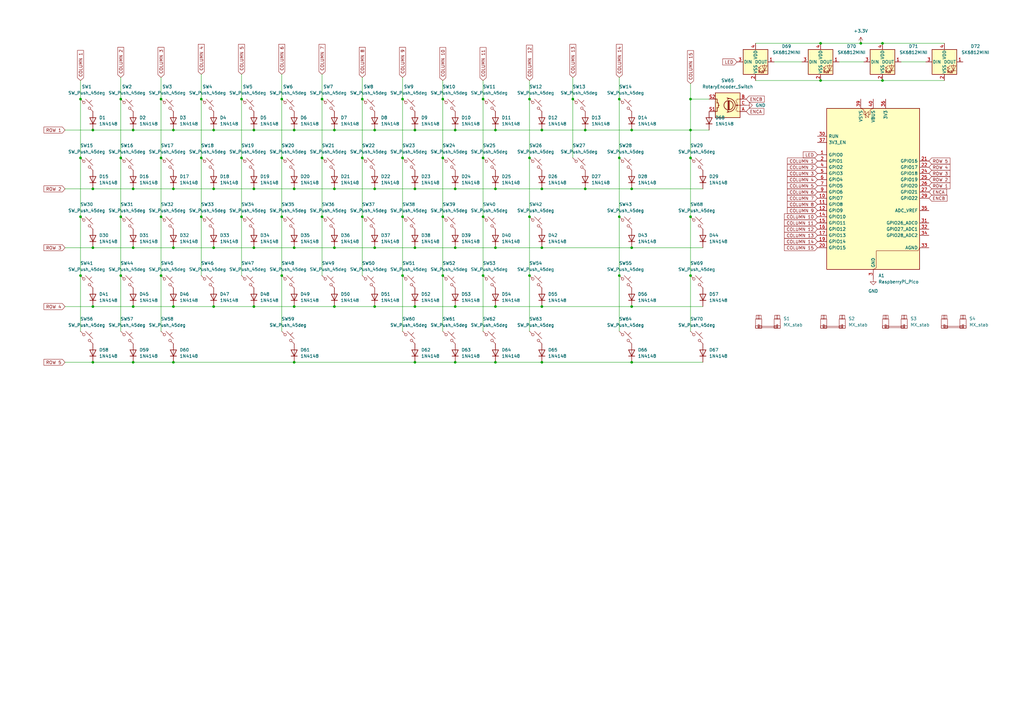
<source format=kicad_sch>
(kicad_sch (version 20250114) (generator "eeschema") (generator_version "9.0")
  (paper "A3")
  (junction (at 71.12 101.6))
  (junction (at 104.14 77.47))
  (junction (at 87.63 101.6))
  (junction (at 203.2 148.59))
  (junction (at 38.1 148.59))
  (junction (at 137.16 125.73))
  (junction (at 259.08 148.59))
  (junction (at 82.55 64.77))
  (junction (at 222.25 125.73))
  (junction (at 66.04 113.03))
  (junction (at 66.04 40.64))
  (junction (at 99.06 40.64))
  (junction (at 38.1 101.6))
  (junction (at 153.67 101.6))
  (junction (at 120.65 77.47))
  (junction (at 203.2 101.6))
  (junction (at 254 113.03))
  (junction (at 165.1 88.9))
  (junction (at 99.06 88.9))
  (junction (at 82.55 40.64))
  (junction (at 170.18 77.47))
  (junction (at 104.14 53.34))
  (junction (at 71.12 125.73))
  (junction (at 186.69 148.59))
  (junction (at 181.61 113.03))
  (junction (at 259.08 125.73))
  (junction (at 165.1 40.64))
  (junction (at 115.57 40.64))
  (junction (at 165.1 64.77))
  (junction (at 181.61 40.64))
  (junction (at 120.65 148.59))
  (junction (at 33.02 40.64))
  (junction (at 137.16 77.47))
  (junction (at 54.61 148.59))
  (junction (at 254 40.64))
  (junction (at 361.95 17.78))
  (junction (at 283.21 53.34))
  (junction (at 104.14 125.73))
  (junction (at 33.02 113.03))
  (junction (at 222.25 148.59))
  (junction (at 33.02 64.77))
  (junction (at 148.59 88.9))
  (junction (at 222.25 53.34))
  (junction (at 234.95 40.64))
  (junction (at 137.16 101.6))
  (junction (at 170.18 101.6))
  (junction (at 38.1 77.47))
  (junction (at 283.21 40.64))
  (junction (at 49.53 40.64))
  (junction (at 254 64.77))
  (junction (at 66.04 88.9))
  (junction (at 71.12 77.47))
  (junction (at 259.08 101.6))
  (junction (at 217.17 113.03))
  (junction (at 198.12 64.77))
  (junction (at 137.16 53.34))
  (junction (at 87.63 53.34))
  (junction (at 181.61 88.9))
  (junction (at 82.55 88.9))
  (junction (at 49.53 64.77))
  (junction (at 222.25 77.47))
  (junction (at 198.12 40.64))
  (junction (at 186.69 53.34))
  (junction (at 54.61 77.47))
  (junction (at 170.18 125.73))
  (junction (at 240.03 53.34))
  (junction (at 353.06 17.78))
  (junction (at 132.08 64.77))
  (junction (at 186.69 101.6))
  (junction (at 66.04 64.77))
  (junction (at 99.06 64.77))
  (junction (at 132.08 88.9))
  (junction (at 217.17 88.9))
  (junction (at 38.1 53.34))
  (junction (at 38.1 125.73))
  (junction (at 222.25 101.6))
  (junction (at 186.69 125.73))
  (junction (at 49.53 88.9))
  (junction (at 181.61 64.77))
  (junction (at 259.08 53.34))
  (junction (at 217.17 64.77))
  (junction (at 153.67 77.47))
  (junction (at 217.17 40.64))
  (junction (at 283.21 113.03))
  (junction (at 115.57 64.77))
  (junction (at 165.1 113.03))
  (junction (at 49.53 113.03))
  (junction (at 33.02 88.9))
  (junction (at 361.95 33.02))
  (junction (at 203.2 125.73))
  (junction (at 87.63 125.73))
  (junction (at 120.65 53.34))
  (junction (at 153.67 53.34))
  (junction (at 54.61 125.73))
  (junction (at 240.03 77.47))
  (junction (at 54.61 101.6))
  (junction (at 148.59 40.64))
  (junction (at 170.18 53.34))
  (junction (at 104.14 101.6))
  (junction (at 87.63 77.47))
  (junction (at 203.2 53.34))
  (junction (at 120.65 101.6))
  (junction (at 259.08 77.47))
  (junction (at 115.57 113.03))
  (junction (at 170.18 148.59))
  (junction (at 148.59 64.77))
  (junction (at 336.55 17.78))
  (junction (at 283.21 88.9))
  (junction (at 186.69 77.47))
  (junction (at 203.2 77.47))
  (junction (at 132.08 40.64))
  (junction (at 54.61 53.34))
  (junction (at 254 88.9))
  (junction (at 198.12 88.9))
  (junction (at 120.65 125.73))
  (junction (at 71.12 148.59))
  (junction (at 336.55 33.02))
  (junction (at 153.67 125.73))
  (junction (at 71.12 53.34))
  (junction (at 283.21 64.77))
  (junction (at 198.12 113.03))
  (junction (at 115.57 88.9))
  (wire (pts (xy 234.95 40.64) (xy 234.95 64.77)))
  (wire (pts (xy 137.16 125.73) (xy 153.67 125.73)))
  (wire (pts (xy 203.2 148.59) (xy 222.25 148.59)))
  (wire (pts (xy 26.67 53.34) (xy 38.1 53.34)))
  (wire (pts (xy 283.21 53.34) (xy 283.21 64.77)))
  (wire (pts (xy 186.69 148.59) (xy 203.2 148.59)))
  (wire (pts (xy 170.18 77.47) (xy 186.69 77.47)))
  (wire (pts (xy 283.21 113.03) (xy 283.21 135.89)))
  (wire (pts (xy 148.59 64.77) (xy 148.59 88.9)))
  (wire (pts (xy 153.67 77.47) (xy 170.18 77.47)))
  (wire (pts (xy 33.02 88.9) (xy 33.02 113.03)))
  (wire (pts (xy 26.67 77.47) (xy 38.1 77.47)))
  (wire (pts (xy 198.12 40.64) (xy 198.12 64.77)))
  (wire (pts (xy 259.08 53.34) (xy 283.21 53.34)))
  (wire (pts (xy 33.02 113.03) (xy 33.02 135.89)))
  (wire (pts (xy 120.65 101.6) (xy 137.16 101.6)))
  (wire (pts (xy 217.17 88.9) (xy 217.17 113.03)))
  (wire (pts (xy 82.55 64.77) (xy 82.55 88.9)))
  (wire (pts (xy 153.67 125.73) (xy 170.18 125.73)))
  (wire (pts (xy 259.08 148.59) (xy 288.29 148.59)))
  (wire (pts (xy 170.18 101.6) (xy 186.69 101.6)))
  (wire (pts (xy 115.57 64.77) (xy 115.57 88.9)))
  (wire (pts (xy 120.65 77.47) (xy 137.16 77.47)))
  (wire (pts (xy 222.25 148.59) (xy 259.08 148.59)))
  (wire (pts (xy 222.25 125.73) (xy 259.08 125.73)))
  (wire (pts (xy 353.06 17.78) (xy 361.95 17.78)))
  (wire (pts (xy 217.17 113.03) (xy 217.17 135.89)))
  (wire (pts (xy 54.61 125.73) (xy 71.12 125.73)))
  (wire (pts (xy 336.55 17.78) (xy 353.06 17.78)))
  (wire (pts (xy 170.18 53.34) (xy 186.69 53.34)))
  (wire (pts (xy 66.04 31.75) (xy 66.04 40.64)))
  (wire (pts (xy 181.61 113.03) (xy 181.61 135.89)))
  (wire (pts (xy 203.2 53.34) (xy 222.25 53.34)))
  (wire (pts (xy 120.65 148.59) (xy 170.18 148.59)))
  (wire (pts (xy 203.2 101.6) (xy 222.25 101.6)))
  (wire (pts (xy 99.06 88.9) (xy 99.06 113.03)))
  (wire (pts (xy 181.61 88.9) (xy 181.61 113.03)))
  (wire (pts (xy 38.1 125.73) (xy 54.61 125.73)))
  (wire (pts (xy 49.53 64.77) (xy 49.53 88.9)))
  (wire (pts (xy 115.57 113.03) (xy 115.57 135.89)))
  (wire (pts (xy 309.88 17.78) (xy 336.55 17.78)))
  (wire (pts (xy 132.08 30.48) (xy 132.08 40.64)))
  (wire (pts (xy 38.1 53.34) (xy 54.61 53.34)))
  (wire (pts (xy 49.53 88.9) (xy 49.53 113.03)))
  (wire (pts (xy 38.1 148.59) (xy 54.61 148.59)))
  (wire (pts (xy 283.21 34.29) (xy 283.21 40.64)))
  (wire (pts (xy 165.1 88.9) (xy 165.1 113.03)))
  (wire (pts (xy 165.1 40.64) (xy 165.1 64.77)))
  (wire (pts (xy 198.12 113.03) (xy 198.12 135.89)))
  (wire (pts (xy 33.02 40.64) (xy 33.02 64.77)))
  (wire (pts (xy 317.5 25.4) (xy 328.93 25.4)))
  (wire (pts (xy 361.95 33.02) (xy 387.35 33.02)))
  (wire (pts (xy 66.04 40.64) (xy 66.04 64.77)))
  (wire (pts (xy 170.18 125.73) (xy 186.69 125.73)))
  (wire (pts (xy 259.08 77.47) (xy 288.29 77.47)))
  (wire (pts (xy 87.63 101.6) (xy 104.14 101.6)))
  (wire (pts (xy 165.1 113.03) (xy 165.1 135.89)))
  (wire (pts (xy 104.14 125.73) (xy 120.65 125.73)))
  (wire (pts (xy 148.59 40.64) (xy 148.59 64.77)))
  (wire (pts (xy 87.63 53.34) (xy 104.14 53.34)))
  (wire (pts (xy 115.57 40.64) (xy 115.57 64.77)))
  (wire (pts (xy 132.08 64.77) (xy 132.08 88.9)))
  (wire (pts (xy 104.14 53.34) (xy 120.65 53.34)))
  (wire (pts (xy 336.55 33.02) (xy 361.95 33.02)))
  (wire (pts (xy 115.57 88.9) (xy 115.57 113.03)))
  (wire (pts (xy 181.61 33.02) (xy 181.61 40.64)))
  (wire (pts (xy 153.67 101.6) (xy 170.18 101.6)))
  (wire (pts (xy 217.17 40.64) (xy 217.17 64.77)))
  (wire (pts (xy 38.1 77.47) (xy 54.61 77.47)))
  (wire (pts (xy 99.06 30.48) (xy 99.06 40.64)))
  (wire (pts (xy 137.16 101.6) (xy 153.67 101.6)))
  (wire (pts (xy 309.88 33.02) (xy 336.55 33.02)))
  (wire (pts (xy 203.2 125.73) (xy 222.25 125.73)))
  (wire (pts (xy 259.08 101.6) (xy 288.29 101.6)))
  (wire (pts (xy 283.21 88.9) (xy 283.21 113.03)))
  (wire (pts (xy 104.14 101.6) (xy 120.65 101.6)))
  (wire (pts (xy 240.03 77.47) (xy 259.08 77.47)))
  (wire (pts (xy 170.18 148.59) (xy 186.69 148.59)))
  (wire (pts (xy 165.1 64.77) (xy 165.1 88.9)))
  (wire (pts (xy 54.61 148.59) (xy 71.12 148.59)))
  (wire (pts (xy 222.25 77.47) (xy 240.03 77.47)))
  (wire (pts (xy 137.16 53.34) (xy 153.67 53.34)))
  (wire (pts (xy 148.59 88.9) (xy 148.59 113.03)))
  (wire (pts (xy 240.03 53.34) (xy 259.08 53.34)))
  (wire (pts (xy 49.53 31.75) (xy 49.53 40.64)))
  (wire (pts (xy 120.65 53.34) (xy 137.16 53.34)))
  (wire (pts (xy 344.17 25.4) (xy 354.33 25.4)))
  (wire (pts (xy 49.53 40.64) (xy 49.53 64.77)))
  (wire (pts (xy 54.61 77.47) (xy 71.12 77.47)))
  (wire (pts (xy 26.67 148.59) (xy 38.1 148.59)))
  (wire (pts (xy 283.21 40.64) (xy 290.83 40.64)))
  (wire (pts (xy 26.67 125.73) (xy 38.1 125.73)))
  (wire (pts (xy 186.69 53.34) (xy 203.2 53.34)))
  (wire (pts (xy 181.61 40.64) (xy 181.61 64.77)))
  (wire (pts (xy 82.55 88.9) (xy 82.55 113.03)))
  (wire (pts (xy 186.69 125.73) (xy 203.2 125.73)))
  (wire (pts (xy 82.55 30.48) (xy 82.55 40.64)))
  (wire (pts (xy 66.04 88.9) (xy 66.04 113.03)))
  (wire (pts (xy 49.53 113.03) (xy 49.53 135.89)))
  (wire (pts (xy 82.55 40.64) (xy 82.55 64.77)))
  (wire (pts (xy 33.02 64.77) (xy 33.02 88.9)))
  (wire (pts (xy 254 40.64) (xy 254 64.77)))
  (wire (pts (xy 132.08 40.64) (xy 132.08 64.77)))
  (wire (pts (xy 71.12 77.47) (xy 87.63 77.47)))
  (wire (pts (xy 222.25 101.6) (xy 259.08 101.6)))
  (wire (pts (xy 198.12 33.02) (xy 198.12 40.64)))
  (wire (pts (xy 165.1 31.75) (xy 165.1 40.64)))
  (wire (pts (xy 254 64.77) (xy 254 88.9)))
  (wire (pts (xy 54.61 101.6) (xy 71.12 101.6)))
  (wire (pts (xy 153.67 53.34) (xy 170.18 53.34)))
  (wire (pts (xy 99.06 64.77) (xy 99.06 88.9)))
  (wire (pts (xy 254 113.03) (xy 254 135.89)))
  (wire (pts (xy 361.95 17.78) (xy 387.35 17.78)))
  (wire (pts (xy 38.1 101.6) (xy 54.61 101.6)))
  (wire (pts (xy 217.17 33.02) (xy 217.17 40.64)))
  (wire (pts (xy 115.57 30.48) (xy 115.57 40.64)))
  (wire (pts (xy 33.02 33.02) (xy 33.02 40.64)))
  (wire (pts (xy 254 31.75) (xy 254 40.64)))
  (wire (pts (xy 132.08 88.9) (xy 132.08 113.03)))
  (wire (pts (xy 99.06 40.64) (xy 99.06 64.77)))
  (wire (pts (xy 217.17 64.77) (xy 217.17 88.9)))
  (wire (pts (xy 198.12 64.77) (xy 198.12 88.9)))
  (wire (pts (xy 66.04 113.03) (xy 66.04 135.89)))
  (wire (pts (xy 181.61 64.77) (xy 181.61 88.9)))
  (wire (pts (xy 148.59 31.75) (xy 148.59 40.64)))
  (wire (pts (xy 120.65 125.73) (xy 137.16 125.73)))
  (wire (pts (xy 198.12 88.9) (xy 198.12 113.03)))
  (wire (pts (xy 254 88.9) (xy 254 113.03)))
  (wire (pts (xy 71.12 148.59) (xy 120.65 148.59)))
  (wire (pts (xy 283.21 40.64) (xy 283.21 53.34)))
  (wire (pts (xy 369.57 25.4) (xy 379.73 25.4)))
  (wire (pts (xy 259.08 125.73) (xy 288.29 125.73)))
  (wire (pts (xy 66.04 64.77) (xy 66.04 88.9)))
  (wire (pts (xy 104.14 77.47) (xy 120.65 77.47)))
  (wire (pts (xy 234.95 31.75) (xy 234.95 40.64)))
  (wire (pts (xy 87.63 125.73) (xy 104.14 125.73)))
  (wire (pts (xy 186.69 77.47) (xy 203.2 77.47)))
  (wire (pts (xy 203.2 77.47) (xy 222.25 77.47)))
  (wire (pts (xy 71.12 125.73) (xy 87.63 125.73)))
  (wire (pts (xy 222.25 53.34) (xy 240.03 53.34)))
  (wire (pts (xy 87.63 77.47) (xy 104.14 77.47)))
  (wire (pts (xy 71.12 101.6) (xy 87.63 101.6)))
  (wire (pts (xy 283.21 53.34) (xy 290.83 53.34)))
  (wire (pts (xy 186.69 101.6) (xy 203.2 101.6)))
  (wire (pts (xy 283.21 64.77) (xy 283.21 88.9)))
  (wire (pts (xy 54.61 53.34) (xy 71.12 53.34)))
  (wire (pts (xy 137.16 77.47) (xy 153.67 77.47)))
  (wire (pts (xy 71.12 53.34) (xy 87.63 53.34)))
  (wire (pts (xy 26.67 101.6) (xy 38.1 101.6)))
  (global_label "ROW 4" (shape input) (at 381 68.58 0) (property "Intersheetrefs" "${INTERSHEET_REFS}" (effects (hide yes))))
  (global_label "COLUMN 13" (shape input) (at 234.95 31.75 90) (property "Intersheetrefs" "${INTERSHEET_REFS}" (effects (hide yes))))
  (global_label "COLUMN 8" (shape input) (at 148.59 31.75 90) (property "Intersheetrefs" "${INTERSHEET_REFS}" (effects (hide yes))))
  (global_label "ENCB" (shape input) (at 306.07 40.64 0) (property "Intersheetrefs" "${INTERSHEET_REFS}" (effects (hide yes))))
  (global_label "COLUMN 12" (shape input) (at 335.28 93.98 180) (property "Intersheetrefs" "${INTERSHEET_REFS}" (effects (hide yes))))
  (global_label "COLUMN 7" (shape input) (at 335.28 81.28 180) (property "Intersheetrefs" "${INTERSHEET_REFS}" (effects (hide yes))))
  (global_label "COLUMN 2" (shape input) (at 49.53 31.75 90) (property "Intersheetrefs" "${INTERSHEET_REFS}" (effects (hide yes))))
  (global_label "LED" (shape input) (at 302.26 25.4 180) (property "Intersheetrefs" "${INTERSHEET_REFS}" (effects (hide yes))))
  (global_label "COLUMN 10" (shape input) (at 181.61 33.02 90) (property "Intersheetrefs" "${INTERSHEET_REFS}" (effects (hide yes))))
  (global_label "COLUMN 5" (shape input) (at 335.28 76.2 180) (property "Intersheetrefs" "${INTERSHEET_REFS}" (effects (hide yes))))
  (global_label "LED" (shape input) (at 335.28 63.5 180) (property "Intersheetrefs" "${INTERSHEET_REFS}" (effects (hide yes))))
  (global_label "COLUMN 10" (shape input) (at 335.28 88.9 180) (property "Intersheetrefs" "${INTERSHEET_REFS}" (effects (hide yes))))
  (global_label "COLUMN 11" (shape input) (at 198.12 33.02 90) (property "Intersheetrefs" "${INTERSHEET_REFS}" (effects (hide yes))))
  (global_label "ROW 3" (shape input) (at 26.67 101.6 180) (property "Intersheetrefs" "${INTERSHEET_REFS}" (effects (hide yes))))
  (global_label "COLUMN 7" (shape input) (at 132.08 30.48 90) (property "Intersheetrefs" "${INTERSHEET_REFS}" (effects (hide yes))))
  (global_label "COLUMN 5" (shape input) (at 99.06 30.48 90) (property "Intersheetrefs" "${INTERSHEET_REFS}" (effects (hide yes))))
  (global_label "COLUMN 1" (shape input) (at 33.02 33.02 90) (property "Intersheetrefs" "${INTERSHEET_REFS}" (effects (hide yes))))
  (global_label "ENCA" (shape input) (at 381 78.74 0) (property "Intersheetrefs" "${INTERSHEET_REFS}" (effects (hide yes))))
  (global_label "ROW 3" (shape input) (at 381 71.12 0) (property "Intersheetrefs" "${INTERSHEET_REFS}" (effects (hide yes))))
  (global_label "ROW 2" (shape input) (at 26.67 77.47 180) (property "Intersheetrefs" "${INTERSHEET_REFS}" (effects (hide yes))))
  (global_label "ROW 1" (shape input) (at 381 76.2 0) (property "Intersheetrefs" "${INTERSHEET_REFS}" (effects (hide yes))))
  (global_label "COLUMN 11" (shape input) (at 335.28 91.44 180) (property "Intersheetrefs" "${INTERSHEET_REFS}" (effects (hide yes))))
  (global_label "COLUMN 3" (shape input) (at 66.04 31.75 90) (property "Intersheetrefs" "${INTERSHEET_REFS}" (effects (hide yes))))
  (global_label "COLUMN 9" (shape input) (at 165.1 31.75 90) (property "Intersheetrefs" "${INTERSHEET_REFS}" (effects (hide yes))))
  (global_label "COLUMN  12" (shape input) (at 217.17 33.02 90) (property "Intersheetrefs" "${INTERSHEET_REFS}" (effects (hide yes))))
  (global_label "COLUMN 3" (shape input) (at 335.28 71.12 180) (property "Intersheetrefs" "${INTERSHEET_REFS}" (effects (hide yes))))
  (global_label "ROW 1" (shape input) (at 26.67 53.34 180) (property "Intersheetrefs" "${INTERSHEET_REFS}" (effects (hide yes))))
  (global_label "ROW 4" (shape input) (at 26.67 125.73 180) (property "Intersheetrefs" "${INTERSHEET_REFS}" (effects (hide yes))))
  (global_label "ROW 5" (shape input) (at 381 66.04 0) (property "Intersheetrefs" "${INTERSHEET_REFS}" (effects (hide yes))))
  (global_label "COLUMN 8" (shape input) (at 335.28 83.82 180) (property "Intersheetrefs" "${INTERSHEET_REFS}" (effects (hide yes))))
  (global_label "COLUMN 6" (shape input) (at 115.57 30.48 90) (property "Intersheetrefs" "${INTERSHEET_REFS}" (effects (hide yes))))
  (global_label "COLUMN 14" (shape input) (at 254 31.75 90) (property "Intersheetrefs" "${INTERSHEET_REFS}" (effects (hide yes))))
  (global_label "COLUMN 14" (shape input) (at 335.28 99.06 180) (property "Intersheetrefs" "${INTERSHEET_REFS}" (effects (hide yes))))
  (global_label "ENCB" (shape input) (at 381 81.28 0) (property "Intersheetrefs" "${INTERSHEET_REFS}" (effects (hide yes))))
  (global_label "COLUMN 15" (shape input) (at 335.28 101.6 180) (property "Intersheetrefs" "${INTERSHEET_REFS}" (effects (hide yes))))
  (global_label "COLUMN 2" (shape input) (at 335.28 68.58 180) (property "Intersheetrefs" "${INTERSHEET_REFS}" (effects (hide yes))))
  (global_label "COLUMN 6" (shape input) (at 335.28 78.74 180) (property "Intersheetrefs" "${INTERSHEET_REFS}" (effects (hide yes))))
  (global_label "COLUMN 1" (shape input) (at 335.28 66.04 180) (property "Intersheetrefs" "${INTERSHEET_REFS}" (effects (hide yes))))
  (global_label "COLUMN 4" (shape input) (at 335.28 73.66 180) (property "Intersheetrefs" "${INTERSHEET_REFS}" (effects (hide yes))))
  (global_label "COLUMN 15" (shape input) (at 283.21 34.29 90) (property "Intersheetrefs" "${INTERSHEET_REFS}" (effects (hide yes))))
  (global_label "COLUMN 13" (shape input) (at 335.28 96.52 180) (property "Intersheetrefs" "${INTERSHEET_REFS}" (effects (hide yes))))
  (global_label "ENCA" (shape input) (at 306.07 45.72 0) (property "Intersheetrefs" "${INTERSHEET_REFS}" (effects (hide yes))))
  (global_label "ROW 2" (shape input) (at 381 73.66 0) (property "Intersheetrefs" "${INTERSHEET_REFS}" (effects (hide yes))))
  (global_label "ROW 5" (shape input) (at 26.67 148.59 180) (property "Intersheetrefs" "${INTERSHEET_REFS}" (effects (hide yes))))
  (global_label "COLUMN 9" (shape input) (at 335.28 86.36 180) (property "Intersheetrefs" "${INTERSHEET_REFS}" (effects (hide yes))))
  (global_label "COLUMN 4" (shape input) (at 82.55 30.48 90) (property "Intersheetrefs" "${INTERSHEET_REFS}" (effects (hide yes))))
  (symbol (lib_id "Diode:1N4148") (at 170.18 144.78 90) (unit 1)
    (property "Reference" "D62" (at 172.72 143.5099 90) (effects (justify right)))
    (property "Value" "1N4148" (at 172.72 146.0499 90) (effects (justify right)))
    (property "Footprint" "Diode_THT:D_DO-35_SOD27_P7.62mm_Horizontal" (effects (hide yes)))
    (property "Datasheet" "https://assets.nexperia.com/documents/data-sheet/1N4148_1N4448.pdf" (effects (hide yes)))
    (property "Description" "100V 0.15A standard switching diode, DO-35" (effects (hide yes)))
    (property "Sim.Device" "D" (effects (hide yes)))
    (property "Sim.Pins" "1=K 2=A" (effects (hide yes)))
  )
  (symbol (lib_id "Switch:SW_Push_45deg") (at 167.64 91.44 0) (unit 1)
    (property "Reference" "SW38" (at 167.64 83.82 0))
    (property "Value" "SW_Push_45deg" (at 167.64 86.36 0))
    (property "Footprint" "Button_Switch_Keyboard:SW_Cherry_MX_1.00u_PCB" (effects (hide yes)))
    (property "Description" "Push button switch, normally open, two pins, 45° tilted" (effects (hide yes)))
  )
  (symbol (lib_id "Diode:1N4148") (at 186.69 144.78 90) (unit 1)
    (property "Reference" "D63" (at 189.23 143.5099 90) (effects (justify right)))
    (property "Value" "1N4148" (at 189.23 146.0499 90) (effects (justify right)))
    (property "Footprint" "Diode_THT:D_DO-35_SOD27_P7.62mm_Horizontal" (effects (hide yes)))
    (property "Datasheet" "https://assets.nexperia.com/documents/data-sheet/1N4148_1N4448.pdf" (effects (hide yes)))
    (property "Description" "100V 0.15A standard switching diode, DO-35" (effects (hide yes)))
    (property "Sim.Device" "D" (effects (hide yes)))
    (property "Sim.Pins" "1=K 2=A" (effects (hide yes)))
  )
  (symbol (lib_id "Switch:SW_Push_45deg") (at 52.07 91.44 0) (unit 1)
    (property "Reference" "SW31" (at 52.07 83.82 0))
    (property "Value" "SW_Push_45deg" (at 52.07 86.36 0))
    (property "Footprint" "Button_Switch_Keyboard:SW_Cherry_MX_1.00u_PCB" (effects (hide yes)))
    (property "Description" "Push button switch, normally open, two pins, 45° tilted" (effects (hide yes)))
  )
  (symbol (lib_id "Switch:SW_Push_45deg") (at 151.13 43.18 0) (unit 1)
    (property "Reference" "SW8" (at 151.13 35.56 0))
    (property "Value" "SW_Push_45deg" (at 151.13 38.1 0))
    (property "Footprint" "Button_Switch_Keyboard:SW_Cherry_MX_1.00u_PCB" (effects (hide yes)))
    (property "Description" "Push button switch, normally open, two pins, 45° tilted" (effects (hide yes)))
  )
  (symbol (lib_id "Diode:1N4148") (at 87.63 121.92 90) (unit 1)
    (property "Reference" "D47" (at 90.17 120.6499 90) (effects (justify right)))
    (property "Value" "1N4148" (at 90.17 123.1899 90) (effects (justify right)))
    (property "Footprint" "Diode_THT:D_DO-35_SOD27_P7.62mm_Horizontal" (effects (hide yes)))
    (property "Datasheet" "https://assets.nexperia.com/documents/data-sheet/1N4148_1N4448.pdf" (effects (hide yes)))
    (property "Description" "100V 0.15A standard switching diode, DO-35" (effects (hide yes)))
    (property "Sim.Device" "D" (effects (hide yes)))
    (property "Sim.Pins" "1=K 2=A" (effects (hide yes)))
  )
  (symbol (lib_id "Switch:SW_Push_45deg") (at 35.56 67.31 0) (unit 1)
    (property "Reference" "SW15" (at 35.56 59.69 0))
    (property "Value" "SW_Push_45deg" (at 35.56 62.23 0))
    (property "Footprint" "Button_Switch_Keyboard:SW_Cherry_MX_1.00u_PCB" (effects (hide yes)))
    (property "Description" "Push button switch, normally open, two pins, 45° tilted" (effects (hide yes)))
  )
  (symbol (lib_id "power:GND") (at 306.07 43.18 90) (unit 1)
    (property "Reference" "#PWR01" (effects (hide yes)))
    (property "Value" "GND" (at 309.88 43.1799 90) (effects (justify right)))
    (property "Description" "Power symbol creates a global label with name \"GND\" , ground" (effects (hide yes)))
  )
  (symbol (lib_id "Switch:SW_Push_45deg") (at 134.62 91.44 0) (unit 1)
    (property "Reference" "SW36" (at 134.62 83.82 0))
    (property "Value" "SW_Push_45deg" (at 134.62 86.36 0))
    (property "Footprint" "Button_Switch_Keyboard:SW_Cherry_MX_1.00u_PCB" (effects (hide yes)))
    (property "Description" "Push button switch, normally open, two pins, 45° tilted" (effects (hide yes)))
  )
  (symbol (lib_id "Diode:1N4148") (at 87.63 97.79 90) (unit 1)
    (property "Reference" "D33" (at 90.17 96.5199 90) (effects (justify right)))
    (property "Value" "1N4148" (at 90.17 99.0599 90) (effects (justify right)))
    (property "Footprint" "Diode_THT:D_DO-35_SOD27_P7.62mm_Horizontal" (effects (hide yes)))
    (property "Datasheet" "https://assets.nexperia.com/documents/data-sheet/1N4148_1N4448.pdf" (effects (hide yes)))
    (property "Description" "100V 0.15A standard switching diode, DO-35" (effects (hide yes)))
    (property "Sim.Device" "D" (effects (hide yes)))
    (property "Sim.Pins" "1=K 2=A" (effects (hide yes)))
  )
  (symbol (lib_id "Diode:1N4148") (at 71.12 144.78 90) (unit 1)
    (property "Reference" "D60" (at 73.66 143.5099 90) (effects (justify right)))
    (property "Value" "1N4148" (at 73.66 146.0499 90) (effects (justify right)))
    (property "Footprint" "Diode_THT:D_DO-35_SOD27_P7.62mm_Horizontal" (effects (hide yes)))
    (property "Datasheet" "https://assets.nexperia.com/documents/data-sheet/1N4148_1N4448.pdf" (effects (hide yes)))
    (property "Description" "100V 0.15A standard switching diode, DO-35" (effects (hide yes)))
    (property "Sim.Device" "D" (effects (hide yes)))
    (property "Sim.Pins" "1=K 2=A" (effects (hide yes)))
  )
  (symbol (lib_id "Diode:1N4148") (at 170.18 121.92 90) (unit 1)
    (property "Reference" "D52" (at 172.72 120.6499 90) (effects (justify right)))
    (property "Value" "1N4148" (at 172.72 123.1899 90) (effects (justify right)))
    (property "Footprint" "Diode_THT:D_DO-35_SOD27_P7.62mm_Horizontal" (effects (hide yes)))
    (property "Datasheet" "https://assets.nexperia.com/documents/data-sheet/1N4148_1N4448.pdf" (effects (hide yes)))
    (property "Description" "100V 0.15A standard switching diode, DO-35" (effects (hide yes)))
    (property "Sim.Device" "D" (effects (hide yes)))
    (property "Sim.Pins" "1=K 2=A" (effects (hide yes)))
  )
  (symbol (lib_id "Diode:1N4148") (at 120.65 144.78 90) (unit 1)
    (property "Reference" "D61" (at 123.19 143.5099 90) (effects (justify right)))
    (property "Value" "1N4148" (at 123.19 146.0499 90) (effects (justify right)))
    (property "Footprint" "Diode_THT:D_DO-35_SOD27_P7.62mm_Horizontal" (effects (hide yes)))
    (property "Datasheet" "https://assets.nexperia.com/documents/data-sheet/1N4148_1N4448.pdf" (effects (hide yes)))
    (property "Description" "100V 0.15A standard switching diode, DO-35" (effects (hide yes)))
    (property "Sim.Device" "D" (effects (hide yes)))
    (property "Sim.Pins" "1=K 2=A" (effects (hide yes)))
  )
  (symbol (lib_id "Switch:SW_Push_45deg") (at 52.07 138.43 0) (unit 1)
    (property "Reference" "SW57" (at 52.07 130.81 0))
    (property "Value" "SW_Push_45deg" (at 52.07 133.35 0))
    (property "Footprint" "Button_Switch_Keyboard:SW_Cherry_MX_1.00u_PCB" (effects (hide yes)))
    (property "Description" "Push button switch, normally open, two pins, 45° tilted" (effects (hide yes)))
  )
  (symbol (lib_id "Switch:SW_Push_45deg") (at 134.62 43.18 0) (unit 1)
    (property "Reference" "SW7" (at 134.62 35.56 0))
    (property "Value" "SW_Push_45deg" (at 134.62 38.1 0))
    (property "Footprint" "Button_Switch_Keyboard:SW_Cherry_MX_1.00u_PCB" (effects (hide yes)))
    (property "Description" "Push button switch, normally open, two pins, 45° tilted" (effects (hide yes)))
  )
  (symbol (lib_id "marbastlib-mx:MX_stab") (at 314.96 132.08 0) (unit 1)
    (property "Reference" "S1" (at 321.31 130.6829 0) (effects (justify left)))
    (property "Value" "MX_stab" (at 321.31 133.2229 0) (effects (justify left)))
    (property "Footprint" "PCM_Mounting_Keyboard_Stabilizer:Stabilizer_Cherry_MX_2.00u" (effects (hide yes)))
    (property "Description" "Cherry MX-style stabilizer" (effects (hide yes)))
  )
  (symbol (lib_id "Switch:SW_Push_45deg") (at 256.54 115.57 0) (unit 1)
    (property "Reference" "SW55" (at 256.54 107.95 0))
    (property "Value" "SW_Push_45deg" (at 256.54 110.49 0))
    (property "Footprint" "Button_Switch_Keyboard:SW_Cherry_MX_1.00u_PCB" (effects (hide yes)))
    (property "Description" "Push button switch, normally open, two pins, 45° tilted" (effects (hide yes)))
  )
  (symbol (lib_id "Switch:SW_Push_45deg") (at 52.07 67.31 0) (unit 1)
    (property "Reference" "SW16" (at 52.07 59.69 0))
    (property "Value" "SW_Push_45deg" (at 52.07 62.23 0))
    (property "Footprint" "Button_Switch_Keyboard:SW_Cherry_MX_1.00u_PCB" (effects (hide yes)))
    (property "Description" "Push button switch, normally open, two pins, 45° tilted" (effects (hide yes)))
  )
  (symbol (lib_id "Switch:SW_Push_45deg") (at 85.09 67.31 0) (unit 1)
    (property "Reference" "SW18" (at 85.09 59.69 0))
    (property "Value" "SW_Push_45deg" (at 85.09 62.23 0))
    (property "Footprint" "Button_Switch_Keyboard:SW_Cherry_MX_1.00u_PCB" (effects (hide yes)))
    (property "Description" "Push button switch, normally open, two pins, 45° tilted" (effects (hide yes)))
  )
  (symbol (lib_id "Diode:1N4148") (at 203.2 97.79 90) (unit 1)
    (property "Reference" "D40" (at 205.74 96.5199 90) (effects (justify right)))
    (property "Value" "1N4148" (at 205.74 99.0599 90) (effects (justify right)))
    (property "Footprint" "Diode_THT:D_DO-35_SOD27_P7.62mm_Horizontal" (effects (hide yes)))
    (property "Datasheet" "https://assets.nexperia.com/documents/data-sheet/1N4148_1N4448.pdf" (effects (hide yes)))
    (property "Description" "100V 0.15A standard switching diode, DO-35" (effects (hide yes)))
    (property "Sim.Device" "D" (effects (hide yes)))
    (property "Sim.Pins" "1=K 2=A" (effects (hide yes)))
  )
  (symbol (lib_id "Switch:SW_Push_45deg") (at 85.09 115.57 0) (unit 1)
    (property "Reference" "SW46" (at 85.09 107.95 0))
    (property "Value" "SW_Push_45deg" (at 85.09 110.49 0))
    (property "Footprint" "Button_Switch_Keyboard:SW_Cherry_MX_1.00u_PCB" (effects (hide yes)))
    (property "Description" "Push button switch, normally open, two pins, 45° tilted" (effects (hide yes)))
  )
  (symbol (lib_id "Switch:SW_Push_45deg") (at 285.75 67.31 0) (unit 1)
    (property "Reference" "SW29" (at 285.75 59.69 0))
    (property "Value" "SW_Push_45deg" (at 285.75 62.23 0))
    (property "Footprint" "Button_Switch_Keyboard:SW_Cherry_MX_1.00u_PCB" (effects (hide yes)))
    (property "Description" "Push button switch, normally open, two pins, 45° tilted" (effects (hide yes)))
  )
  (symbol (lib_id "Diode:1N4148") (at 240.03 73.66 90) (unit 1)
    (property "Reference" "D27" (at 242.57 72.3899 90) (effects (justify right)))
    (property "Value" "1N4148" (at 242.57 74.9299 90) (effects (justify right)))
    (property "Footprint" "Diode_THT:D_DO-35_SOD27_P7.62mm_Horizontal" (effects (hide yes)))
    (property "Datasheet" "https://assets.nexperia.com/documents/data-sheet/1N4148_1N4448.pdf" (effects (hide yes)))
    (property "Description" "100V 0.15A standard switching diode, DO-35" (effects (hide yes)))
    (property "Sim.Device" "D" (effects (hide yes)))
    (property "Sim.Pins" "1=K 2=A" (effects (hide yes)))
  )
  (symbol (lib_id "Switch:SW_Push_45deg") (at 101.6 67.31 0) (unit 1)
    (property "Reference" "SW19" (at 101.6 59.69 0))
    (property "Value" "SW_Push_45deg" (at 101.6 62.23 0))
    (property "Footprint" "Button_Switch_Keyboard:SW_Cherry_MX_1.00u_PCB" (effects (hide yes)))
    (property "Description" "Push button switch, normally open, two pins, 45° tilted" (effects (hide yes)))
  )
  (symbol (lib_id "Diode:1N4148") (at 288.29 121.92 90) (unit 1)
    (property "Reference" "D57" (at 290.83 120.6499 90) (effects (justify right)))
    (property "Value" "1N4148" (at 290.83 123.1899 90) (effects (justify right)))
    (property "Footprint" "Diode_THT:D_DO-35_SOD27_P7.62mm_Horizontal" (effects (hide yes)))
    (property "Datasheet" "https://assets.nexperia.com/documents/data-sheet/1N4148_1N4448.pdf" (effects (hide yes)))
    (property "Description" "100V 0.15A standard switching diode, DO-35" (effects (hide yes)))
    (property "Sim.Device" "D" (effects (hide yes)))
    (property "Sim.Pins" "1=K 2=A" (effects (hide yes)))
  )
  (symbol (lib_id "Diode:1N4148") (at 104.14 49.53 90) (unit 1)
    (property "Reference" "D5" (at 106.68 48.2599 90) (effects (justify right)))
    (property "Value" "1N4148" (at 106.68 50.7999 90) (effects (justify right)))
    (property "Footprint" "Diode_THT:D_DO-35_SOD27_P7.62mm_Horizontal" (effects (hide yes)))
    (property "Datasheet" "https://assets.nexperia.com/documents/data-sheet/1N4148_1N4448.pdf" (effects (hide yes)))
    (property "Description" "100V 0.15A standard switching diode, DO-35" (effects (hide yes)))
    (property "Sim.Device" "D" (effects (hide yes)))
    (property "Sim.Pins" "1=K 2=A" (effects (hide yes)))
  )
  (symbol (lib_id "Diode:1N4148") (at 120.65 97.79 90) (unit 1)
    (property "Reference" "D35" (at 123.19 96.5199 90) (effects (justify right)))
    (property "Value" "1N4148" (at 123.19 99.0599 90) (effects (justify right)))
    (property "Footprint" "Diode_THT:D_DO-35_SOD27_P7.62mm_Horizontal" (effects (hide yes)))
    (property "Datasheet" "https://assets.nexperia.com/documents/data-sheet/1N4148_1N4448.pdf" (effects (hide yes)))
    (property "Description" "100V 0.15A standard switching diode, DO-35" (effects (hide yes)))
    (property "Sim.Device" "D" (effects (hide yes)))
    (property "Sim.Pins" "1=K 2=A" (effects (hide yes)))
  )
  (symbol (lib_id "power:GND") (at 358.14 114.3 0) (unit 1)
    (property "Reference" "#PWR03" (effects (hide yes)))
    (property "Value" "GND" (at 358.14 119.38 0))
    (property "Description" "Power symbol creates a global label with name \"GND\" , ground" (effects (hide yes)))
  )
  (symbol (lib_id "Diode:1N4148") (at 104.14 121.92 90) (unit 1)
    (property "Reference" "D48" (at 106.68 120.6499 90) (effects (justify right)))
    (property "Value" "1N4148" (at 106.68 123.1899 90) (effects (justify right)))
    (property "Footprint" "Diode_THT:D_DO-35_SOD27_P7.62mm_Horizontal" (effects (hide yes)))
    (property "Datasheet" "https://assets.nexperia.com/documents/data-sheet/1N4148_1N4448.pdf" (effects (hide yes)))
    (property "Description" "100V 0.15A standard switching diode, DO-35" (effects (hide yes)))
    (property "Sim.Device" "D" (effects (hide yes)))
    (property "Sim.Pins" "1=K 2=A" (effects (hide yes)))
  )
  (symbol (lib_id "Switch:SW_Push_45deg") (at 118.11 138.43 0) (unit 1)
    (property "Reference" "SW59" (at 118.11 130.81 0))
    (property "Value" "SW_Push_45deg" (at 118.11 133.35 0))
    (property "Footprint" "Button_Switch_Keyboard:SW_Cherry_MX_1.00u_PCB" (effects (hide yes)))
    (property "Description" "Push button switch, normally open, two pins, 45° tilted" (effects (hide yes)))
  )
  (symbol (lib_id "Switch:SW_Push_45deg") (at 200.66 43.18 0) (unit 1)
    (property "Reference" "SW11" (at 200.66 35.56 0))
    (property "Value" "SW_Push_45deg" (at 200.66 38.1 0))
    (property "Footprint" "Button_Switch_Keyboard:SW_Cherry_MX_1.00u_PCB" (effects (hide yes)))
    (property "Description" "Push button switch, normally open, two pins, 45° tilted" (effects (hide yes)))
  )
  (symbol (lib_id "Switch:SW_Push_45deg") (at 151.13 91.44 0) (unit 1)
    (property "Reference" "SW37" (at 151.13 83.82 0))
    (property "Value" "SW_Push_45deg" (at 151.13 86.36 0))
    (property "Footprint" "Button_Switch_Keyboard:SW_Cherry_MX_1.00u_PCB" (effects (hide yes)))
    (property "Description" "Push button switch, normally open, two pins, 45° tilted" (effects (hide yes)))
  )
  (symbol (lib_id "Switch:SW_Push_45deg") (at 219.71 115.57 0) (unit 1)
    (property "Reference" "SW54" (at 219.71 107.95 0))
    (property "Value" "SW_Push_45deg" (at 219.71 110.49 0))
    (property "Footprint" "Button_Switch_Keyboard:SW_Cherry_MX_1.00u_PCB" (effects (hide yes)))
    (property "Description" "Push button switch, normally open, two pins, 45° tilted" (effects (hide yes)))
  )
  (symbol (lib_id "Diode:1N4148") (at 87.63 73.66 90) (unit 1)
    (property "Reference" "D18" (at 90.17 72.3899 90) (effects (justify right)))
    (property "Value" "1N4148" (at 90.17 74.9299 90) (effects (justify right)))
    (property "Footprint" "Diode_THT:D_DO-35_SOD27_P7.62mm_Horizontal" (effects (hide yes)))
    (property "Datasheet" "https://assets.nexperia.com/documents/data-sheet/1N4148_1N4448.pdf" (effects (hide yes)))
    (property "Description" "100V 0.15A standard switching diode, DO-35" (effects (hide yes)))
    (property "Sim.Device" "D" (effects (hide yes)))
    (property "Sim.Pins" "1=K 2=A" (effects (hide yes)))
  )
  (symbol (lib_id "Diode:1N4148") (at 137.16 97.79 90) (unit 1)
    (property "Reference" "D36" (at 139.7 96.5199 90) (effects (justify right)))
    (property "Value" "1N4148" (at 139.7 99.0599 90) (effects (justify right)))
    (property "Footprint" "Diode_THT:D_DO-35_SOD27_P7.62mm_Horizontal" (effects (hide yes)))
    (property "Datasheet" "https://assets.nexperia.com/documents/data-sheet/1N4148_1N4448.pdf" (effects (hide yes)))
    (property "Description" "100V 0.15A standard switching diode, DO-35" (effects (hide yes)))
    (property "Sim.Device" "D" (effects (hide yes)))
    (property "Sim.Pins" "1=K 2=A" (effects (hide yes)))
  )
  (symbol (lib_id "Switch:SW_Push_45deg") (at 118.11 43.18 0) (unit 1)
    (property "Reference" "SW6" (at 118.11 35.56 0))
    (property "Value" "SW_Push_45deg" (at 118.11 38.1 0))
    (property "Footprint" "Button_Switch_Keyboard:SW_Cherry_MX_1.00u_PCB" (effects (hide yes)))
    (property "Description" "Push button switch, normally open, two pins, 45° tilted" (effects (hide yes)))
  )
  (symbol (lib_id "Diode:1N4148") (at 259.08 121.92 90) (unit 1)
    (property "Reference" "D56" (at 261.62 120.6499 90) (effects (justify right)))
    (property "Value" "1N4148" (at 261.62 123.1899 90) (effects (justify right)))
    (property "Footprint" "Diode_THT:D_DO-35_SOD27_P7.62mm_Horizontal" (effects (hide yes)))
    (property "Datasheet" "https://assets.nexperia.com/documents/data-sheet/1N4148_1N4448.pdf" (effects (hide yes)))
    (property "Description" "100V 0.15A standard switching diode, DO-35" (effects (hide yes)))
    (property "Sim.Device" "D" (effects (hide yes)))
    (property "Sim.Pins" "1=K 2=A" (effects (hide yes)))
  )
  (symbol (lib_id "Switch:SW_Push_45deg") (at 167.64 67.31 0) (unit 1)
    (property "Reference" "SW23" (at 167.64 59.69 0))
    (property "Value" "SW_Push_45deg" (at 167.64 62.23 0))
    (property "Footprint" "Button_Switch_Keyboard:SW_Cherry_MX_1.00u_PCB" (effects (hide yes)))
    (property "Description" "Push button switch, normally open, two pins, 45° tilted" (effects (hide yes)))
  )
  (symbol (lib_id "Switch:SW_Push_45deg") (at 52.07 115.57 0) (unit 1)
    (property "Reference" "SW44" (at 52.07 107.95 0))
    (property "Value" "SW_Push_45deg" (at 52.07 110.49 0))
    (property "Footprint" "Button_Switch_Keyboard:SW_Cherry_MX_1.00u_PCB" (effects (hide yes)))
    (property "Description" "Push button switch, normally open, two pins, 45° tilted" (effects (hide yes)))
  )
  (symbol (lib_id "marbastlib-mx:MX_stab") (at 367.03 132.08 0) (unit 1)
    (property "Reference" "S3" (at 373.38 130.6829 0) (effects (justify left)))
    (property "Value" "MX_stab" (at 373.38 133.2229 0) (effects (justify left)))
    (property "Footprint" "PCM_Mounting_Keyboard_Stabilizer:Stabilizer_Cherry_MX_2.00u" (effects (hide yes)))
    (property "Description" "Cherry MX-style stabilizer" (effects (hide yes)))
  )
  (symbol (lib_id "Switch:SW_Push_45deg") (at 219.71 138.43 0) (unit 1)
    (property "Reference" "SW63" (at 219.71 130.81 0))
    (property "Value" "SW_Push_45deg" (at 219.71 133.35 0))
    (property "Footprint" "Button_Switch_Keyboard:SW_Cherry_MX_1.00u_PCB" (effects (hide yes)))
    (property "Description" "Push button switch, normally open, two pins, 45° tilted" (effects (hide yes)))
  )
  (symbol (lib_id "LED:SK6812MINI") (at 309.88 25.4 0) (unit 1)
    (property "Reference" "D69" (at 322.58 18.9798 0))
    (property "Value" "SK6812MINI" (at 322.58 21.5198 0))
    (property "Footprint" "LED_SMD:LED_SK6812MINI_PLCC4_3.5x3.5mm_P1.75mm" (effects (hide yes)))
    (property "Datasheet" "https://cdn-shop.adafruit.com/product-files/2686/SK6812MINI_REV.01-1-2.pdf" (effects (hide yes)))
    (property "Description" "RGB LED with integrated controller" (effects (hide yes)))
  )
  (symbol (lib_id "Diode:1N4148") (at 71.12 121.92 90) (unit 1)
    (property "Reference" "D46" (at 73.66 120.6499 90) (effects (justify right)))
    (property "Value" "1N4148" (at 73.66 123.1899 90) (effects (justify right)))
    (property "Footprint" "Diode_THT:D_DO-35_SOD27_P7.62mm_Horizontal" (effects (hide yes)))
    (property "Datasheet" "https://assets.nexperia.com/documents/data-sheet/1N4148_1N4448.pdf" (effects (hide yes)))
    (property "Description" "100V 0.15A standard switching diode, DO-35" (effects (hide yes)))
    (property "Sim.Device" "D" (effects (hide yes)))
    (property "Sim.Pins" "1=K 2=A" (effects (hide yes)))
  )
  (symbol (lib_id "Switch:SW_Push_45deg") (at 256.54 138.43 0) (unit 1)
    (property "Reference" "SW64" (at 256.54 130.81 0))
    (property "Value" "SW_Push_45deg" (at 256.54 133.35 0))
    (property "Footprint" "Button_Switch_Keyboard:SW_Cherry_MX_1.00u_PCB" (effects (hide yes)))
    (property "Description" "Push button switch, normally open, two pins, 45° tilted" (effects (hide yes)))
  )
  (symbol (lib_id "Diode:1N4148") (at 288.29 73.66 90) (unit 1)
    (property "Reference" "D29" (at 290.83 72.3899 90) (effects (justify right)))
    (property "Value" "1N4148" (at 290.83 74.9299 90) (effects (justify right)))
    (property "Footprint" "Diode_THT:D_DO-35_SOD27_P7.62mm_Horizontal" (effects (hide yes)))
    (property "Datasheet" "https://assets.nexperia.com/documents/data-sheet/1N4148_1N4448.pdf" (effects (hide yes)))
    (property "Description" "100V 0.15A standard switching diode, DO-35" (effects (hide yes)))
    (property "Sim.Device" "D" (effects (hide yes)))
    (property "Sim.Pins" "1=K 2=A" (effects (hide yes)))
  )
  (symbol (lib_id "Diode:1N4148") (at 222.25 73.66 90) (unit 1)
    (property "Reference" "D26" (at 224.79 72.3899 90) (effects (justify right)))
    (property "Value" "1N4148" (at 224.79 74.9299 90) (effects (justify right)))
    (property "Footprint" "Diode_THT:D_DO-35_SOD27_P7.62mm_Horizontal" (effects (hide yes)))
    (property "Datasheet" "https://assets.nexperia.com/documents/data-sheet/1N4148_1N4448.pdf" (effects (hide yes)))
    (property "Description" "100V 0.15A standard switching diode, DO-35" (effects (hide yes)))
    (property "Sim.Device" "D" (effects (hide yes)))
    (property "Sim.Pins" "1=K 2=A" (effects (hide yes)))
  )
  (symbol (lib_id "Diode:1N4148") (at 104.14 73.66 90) (unit 1)
    (property "Reference" "D19" (at 106.68 72.3899 90) (effects (justify right)))
    (property "Value" "1N4148" (at 106.68 74.9299 90) (effects (justify right)))
    (property "Footprint" "Diode_THT:D_DO-35_SOD27_P7.62mm_Horizontal" (effects (hide yes)))
    (property "Datasheet" "https://assets.nexperia.com/documents/data-sheet/1N4148_1N4448.pdf" (effects (hide yes)))
    (property "Description" "100V 0.15A standard switching diode, DO-35" (effects (hide yes)))
    (property "Sim.Device" "D" (effects (hide yes)))
    (property "Sim.Pins" "1=K 2=A" (effects (hide yes)))
  )
  (symbol (lib_id "Switch:SW_Push_45deg") (at 118.11 67.31 0) (unit 1)
    (property "Reference" "SW20" (at 118.11 59.69 0))
    (property "Value" "SW_Push_45deg" (at 118.11 62.23 0))
    (property "Footprint" "Button_Switch_Keyboard:SW_Cherry_MX_1.00u_PCB" (effects (hide yes)))
    (property "Description" "Push button switch, normally open, two pins, 45° tilted" (effects (hide yes)))
  )
  (symbol (lib_id "MCU_Module:RaspberryPi_Pico") (at 358.14 78.74 0) (unit 1)
    (property "Reference" "A1" (at 360.2833 113.03 0) (effects (justify left)))
    (property "Value" "RaspberryPi_Pico" (at 360.2833 115.57 0) (effects (justify left)))
    (property "Footprint" "Module:RaspberryPi_Pico_SMD_HandSolder" (effects (hide yes)))
    (property "Datasheet" "https://datasheets.raspberrypi.com/pico/pico-datasheet.pdf" (effects (hide yes)))
    (property "Description" "Versatile and inexpensive microcontroller module powered by RP2040 dual-core Arm Cortex-M0+ processor up to 133 MHz, 264kB SRAM, 2MB QSPI flash; also supports Raspberry Pi Pico 2" (effects (hide yes)))
  )
  (symbol (lib_id "Switch:SW_Push_45deg") (at 101.6 115.57 0) (unit 1)
    (property "Reference" "SW47" (at 101.6 107.95 0))
    (property "Value" "SW_Push_45deg" (at 101.6 110.49 0))
    (property "Footprint" "Button_Switch_Keyboard:SW_Cherry_MX_1.00u_PCB" (effects (hide yes)))
    (property "Description" "Push button switch, normally open, two pins, 45° tilted" (effects (hide yes)))
  )
  (symbol (lib_id "Switch:SW_Push_45deg") (at 85.09 91.44 0) (unit 1)
    (property "Reference" "SW33" (at 85.09 83.82 0))
    (property "Value" "SW_Push_45deg" (at 85.09 86.36 0))
    (property "Footprint" "Button_Switch_Keyboard:SW_Cherry_MX_1.00u_PCB" (effects (hide yes)))
    (property "Description" "Push button switch, normally open, two pins, 45° tilted" (effects (hide yes)))
  )
  (symbol (lib_id "Switch:SW_Push_45deg") (at 184.15 43.18 0) (unit 1)
    (property "Reference" "SW10" (at 184.15 35.56 0))
    (property "Value" "SW_Push_45deg" (at 184.15 38.1 0))
    (property "Footprint" "Button_Switch_Keyboard:SW_Cherry_MX_1.00u_PCB" (effects (hide yes)))
    (property "Description" "Push button switch, normally open, two pins, 45° tilted" (effects (hide yes)))
  )
  (symbol (lib_id "Switch:SW_Push_45deg") (at 285.75 115.57 0) (unit 1)
    (property "Reference" "SW69" (at 285.75 107.95 0))
    (property "Value" "SW_Push_45deg" (at 285.75 110.49 0))
    (property "Footprint" "Button_Switch_Keyboard:SW_Cherry_MX_1.00u_PCB" (effects (hide yes)))
    (property "Description" "Push button switch, normally open, two pins, 45° tilted" (effects (hide yes)))
  )
  (symbol (lib_id "Diode:1N4148") (at 54.61 121.92 90) (unit 1)
    (property "Reference" "D45" (at 57.15 120.6499 90) (effects (justify right)))
    (property "Value" "1N4148" (at 57.15 123.1899 90) (effects (justify right)))
    (property "Footprint" "Diode_THT:D_DO-35_SOD27_P7.62mm_Horizontal" (effects (hide yes)))
    (property "Datasheet" "https://assets.nexperia.com/documents/data-sheet/1N4148_1N4448.pdf" (effects (hide yes)))
    (property "Description" "100V 0.15A standard switching diode, DO-35" (effects (hide yes)))
    (property "Sim.Device" "D" (effects (hide yes)))
    (property "Sim.Pins" "1=K 2=A" (effects (hide yes)))
  )
  (symbol (lib_id "Diode:1N4148") (at 87.63 49.53 90) (unit 1)
    (property "Reference" "D4" (at 90.17 48.2599 90) (effects (justify right)))
    (property "Value" "1N4148" (at 90.17 50.7999 90) (effects (justify right)))
    (property "Footprint" "Diode_THT:D_DO-35_SOD27_P7.62mm_Horizontal" (effects (hide yes)))
    (property "Datasheet" "https://assets.nexperia.com/documents/data-sheet/1N4148_1N4448.pdf" (effects (hide yes)))
    (property "Description" "100V 0.15A standard switching diode, DO-35" (effects (hide yes)))
    (property "Sim.Device" "D" (effects (hide yes)))
    (property "Sim.Pins" "1=K 2=A" (effects (hide yes)))
  )
  (symbol (lib_id "marbastlib-mx:MX_stab") (at 391.16 132.08 0) (unit 1)
    (property "Reference" "S4" (at 397.51 130.6829 0) (effects (justify left)))
    (property "Value" "MX_stab" (at 397.51 133.2229 0) (effects (justify left)))
    (property "Footprint" "PCM_Mounting_Keyboard_Stabilizer:Stabilizer_Cherry_MX_6.25u" (effects (hide yes)))
    (property "Description" "Cherry MX-style stabilizer" (effects (hide yes)))
  )
  (symbol (lib_id "Switch:SW_Push_45deg") (at 35.56 43.18 0) (unit 1)
    (property "Reference" "SW1" (at 35.56 35.56 0))
    (property "Value" "SW_Push_45deg" (at 35.56 38.1 0))
    (property "Footprint" "Button_Switch_Keyboard:SW_Cherry_MX_1.00u_PCB" (effects (hide yes)))
    (property "Description" "Push button switch, normally open, two pins, 45° tilted" (effects (hide yes)))
  )
  (symbol (lib_id "Diode:1N4148") (at 54.61 144.78 90) (unit 1)
    (property "Reference" "D59" (at 57.15 143.5099 90) (effects (justify right)))
    (property "Value" "1N4148" (at 57.15 146.0499 90) (effects (justify right)))
    (property "Footprint" "Diode_THT:D_DO-35_SOD27_P7.62mm_Horizontal" (effects (hide yes)))
    (property "Datasheet" "https://assets.nexperia.com/documents/data-sheet/1N4148_1N4448.pdf" (effects (hide yes)))
    (property "Description" "100V 0.15A standard switching diode, DO-35" (effects (hide yes)))
    (property "Sim.Device" "D" (effects (hide yes)))
    (property "Sim.Pins" "1=K 2=A" (effects (hide yes)))
  )
  (symbol (lib_id "Switch:SW_Push_45deg") (at 184.15 115.57 0) (unit 1)
    (property "Reference" "SW52" (at 184.15 107.95 0))
    (property "Value" "SW_Push_45deg" (at 184.15 110.49 0))
    (property "Footprint" "Button_Switch_Keyboard:SW_Cherry_MX_1.00u_PCB" (effects (hide yes)))
    (property "Description" "Push button switch, normally open, two pins, 45° tilted" (effects (hide yes)))
  )
  (symbol (lib_id "Diode:1N4148") (at 203.2 49.53 90) (unit 1)
    (property "Reference" "D11" (at 205.74 48.2599 90) (effects (justify right)))
    (property "Value" "1N4148" (at 205.74 50.7999 90) (effects (justify right)))
    (property "Footprint" "Diode_THT:D_DO-35_SOD27_P7.62mm_Horizontal" (effects (hide yes)))
    (property "Datasheet" "https://assets.nexperia.com/documents/data-sheet/1N4148_1N4448.pdf" (effects (hide yes)))
    (property "Description" "100V 0.15A standard switching diode, DO-35" (effects (hide yes)))
    (property "Sim.Device" "D" (effects (hide yes)))
    (property "Sim.Pins" "1=K 2=A" (effects (hide yes)))
  )
  (symbol (lib_id "Diode:1N4148") (at 203.2 144.78 90) (unit 1)
    (property "Reference" "D64" (at 205.74 143.5099 90) (effects (justify right)))
    (property "Value" "1N4148" (at 205.74 146.0499 90) (effects (justify right)))
    (property "Footprint" "Diode_THT:D_DO-35_SOD27_P7.62mm_Horizontal" (effects (hide yes)))
    (property "Datasheet" "https://assets.nexperia.com/documents/data-sheet/1N4148_1N4448.pdf" (effects (hide yes)))
    (property "Description" "100V 0.15A standard switching diode, DO-35" (effects (hide yes)))
    (property "Sim.Device" "D" (effects (hide yes)))
    (property "Sim.Pins" "1=K 2=A" (effects (hide yes)))
  )
  (symbol (lib_id "Switch:SW_Push_45deg") (at 118.11 91.44 0) (unit 1)
    (property "Reference" "SW35" (at 118.11 83.82 0))
    (property "Value" "SW_Push_45deg" (at 118.11 86.36 0))
    (property "Footprint" "Button_Switch_Keyboard:SW_Cherry_MX_1.00u_PCB" (effects (hide yes)))
    (property "Description" "Push button switch, normally open, two pins, 45° tilted" (effects (hide yes)))
  )
  (symbol (lib_id "Diode:1N4148") (at 104.14 97.79 90) (unit 1)
    (property "Reference" "D34" (at 106.68 96.5199 90) (effects (justify right)))
    (property "Value" "1N4148" (at 106.68 99.0599 90) (effects (justify right)))
    (property "Footprint" "Diode_THT:D_DO-35_SOD27_P7.62mm_Horizontal" (effects (hide yes)))
    (property "Datasheet" "https://assets.nexperia.com/documents/data-sheet/1N4148_1N4448.pdf" (effects (hide yes)))
    (property "Description" "100V 0.15A standard switching diode, DO-35" (effects (hide yes)))
    (property "Sim.Device" "D" (effects (hide yes)))
    (property "Sim.Pins" "1=K 2=A" (effects (hide yes)))
  )
  (symbol (lib_id "Diode:1N4148") (at 186.69 121.92 90) (unit 1)
    (property "Reference" "D53" (at 189.23 120.6499 90) (effects (justify right)))
    (property "Value" "1N4148" (at 189.23 123.1899 90) (effects (justify right)))
    (property "Footprint" "Diode_THT:D_DO-35_SOD27_P7.62mm_Horizontal" (effects (hide yes)))
    (property "Datasheet" "https://assets.nexperia.com/documents/data-sheet/1N4148_1N4448.pdf" (effects (hide yes)))
    (property "Description" "100V 0.15A standard switching diode, DO-35" (effects (hide yes)))
    (property "Sim.Device" "D" (effects (hide yes)))
    (property "Sim.Pins" "1=K 2=A" (effects (hide yes)))
  )
  (symbol (lib_id "Switch:SW_Push_45deg") (at 134.62 115.57 0) (unit 1)
    (property "Reference" "SW49" (at 134.62 107.95 0))
    (property "Value" "SW_Push_45deg" (at 134.62 110.49 0))
    (property "Footprint" "Button_Switch_Keyboard:SW_Cherry_MX_1.00u_PCB" (effects (hide yes)))
    (property "Description" "Push button switch, normally open, two pins, 45° tilted" (effects (hide yes)))
  )
  (symbol (lib_id "Switch:SW_Push_45deg") (at 219.71 91.44 0) (unit 1)
    (property "Reference" "SW42" (at 219.71 83.82 0))
    (property "Value" "SW_Push_45deg" (at 219.71 86.36 0))
    (property "Footprint" "Button_Switch_Keyboard:SW_Cherry_MX_1.00u_PCB" (effects (hide yes)))
    (property "Description" "Push button switch, normally open, two pins, 45° tilted" (effects (hide yes)))
  )
  (symbol (lib_id "Switch:SW_Push_45deg") (at 85.09 43.18 0) (unit 1)
    (property "Reference" "SW4" (at 85.09 35.56 0))
    (property "Value" "SW_Push_45deg" (at 85.09 38.1 0))
    (property "Footprint" "Button_Switch_Keyboard:SW_Cherry_MX_1.00u_PCB" (effects (hide yes)))
    (property "Description" "Push button switch, normally open, two pins, 45° tilted" (effects (hide yes)))
  )
  (symbol (lib_id "Diode:1N4148") (at 259.08 144.78 90) (unit 1)
    (property "Reference" "D66" (at 261.62 143.5099 90) (effects (justify right)))
    (property "Value" "1N4148" (at 261.62 146.0499 90) (effects (justify right)))
    (property "Footprint" "Diode_THT:D_DO-35_SOD27_P7.62mm_Horizontal" (effects (hide yes)))
    (property "Datasheet" "https://assets.nexperia.com/documents/data-sheet/1N4148_1N4448.pdf" (effects (hide yes)))
    (property "Description" "100V 0.15A standard switching diode, DO-35" (effects (hide yes)))
    (property "Sim.Device" "D" (effects (hide yes)))
    (property "Sim.Pins" "1=K 2=A" (effects (hide yes)))
  )
  (symbol (lib_id "Switch:SW_Push_45deg") (at 256.54 43.18 0) (unit 1)
    (property "Reference" "SW14" (at 256.54 35.56 0))
    (property "Value" "SW_Push_45deg" (at 256.54 38.1 0))
    (property "Footprint" "Button_Switch_Keyboard:SW_Cherry_MX_1.00u_PCB" (effects (hide yes)))
    (property "Description" "Push button switch, normally open, two pins, 45° tilted" (effects (hide yes)))
  )
  (symbol (lib_id "Switch:SW_Push_45deg") (at 256.54 91.44 0) (unit 1)
    (property "Reference" "SW43" (at 256.54 83.82 0))
    (property "Value" "SW_Push_45deg" (at 256.54 86.36 0))
    (property "Footprint" "Button_Switch_Keyboard:SW_Cherry_MX_1.00u_PCB" (effects (hide yes)))
    (property "Description" "Push button switch, normally open, two pins, 45° tilted" (effects (hide yes)))
  )
  (symbol (lib_id "Diode:1N4148") (at 186.69 73.66 90) (unit 1)
    (property "Reference" "D24" (at 189.23 72.3899 90) (effects (justify right)))
    (property "Value" "1N4148" (at 189.23 74.9299 90) (effects (justify right)))
    (property "Footprint" "Diode_THT:D_DO-35_SOD27_P7.62mm_Horizontal" (effects (hide yes)))
    (property "Datasheet" "https://assets.nexperia.com/documents/data-sheet/1N4148_1N4448.pdf" (effects (hide yes)))
    (property "Description" "100V 0.15A standard switching diode, DO-35" (effects (hide yes)))
    (property "Sim.Device" "D" (effects (hide yes)))
    (property "Sim.Pins" "1=K 2=A" (effects (hide yes)))
  )
  (symbol (lib_id "Switch:SW_Push_45deg") (at 256.54 67.31 0) (unit 1)
    (property "Reference" "SW28" (at 256.54 59.69 0))
    (property "Value" "SW_Push_45deg" (at 256.54 62.23 0))
    (property "Footprint" "Button_Switch_Keyboard:SW_Cherry_MX_1.00u_PCB" (effects (hide yes)))
    (property "Description" "Push button switch, normally open, two pins, 45° tilted" (effects (hide yes)))
  )
  (symbol (lib_id "4ms_Power-symbol:+3.3V") (at 353.06 17.78 0) (unit 1)
    (property "Reference" "#PWR02" (effects (hide yes)))
    (property "Value" "+3.3V" (at 353.06 12.7 0))
  )
  (symbol (lib_id "Switch:SW_Push_45deg") (at 200.66 91.44 0) (unit 1)
    (property "Reference" "SW40" (at 200.66 83.82 0))
    (property "Value" "SW_Push_45deg" (at 200.66 86.36 0))
    (property "Footprint" "Button_Switch_Keyboard:SW_Cherry_MX_1.00u_PCB" (effects (hide yes)))
    (property "Description" "Push button switch, normally open, two pins, 45° tilted" (effects (hide yes)))
  )
  (symbol (lib_id "Switch:SW_Push_45deg") (at 101.6 91.44 0) (unit 1)
    (property "Reference" "SW34" (at 101.6 83.82 0))
    (property "Value" "SW_Push_45deg" (at 101.6 86.36 0))
    (property "Footprint" "Button_Switch_Keyboard:SW_Cherry_MX_1.00u_PCB" (effects (hide yes)))
    (property "Description" "Push button switch, normally open, two pins, 45° tilted" (effects (hide yes)))
  )
  (symbol (lib_id "marbastlib-mx:MX_stab") (at 341.63 132.08 0) (unit 1)
    (property "Reference" "S2" (at 347.98 130.6829 0) (effects (justify left)))
    (property "Value" "MX_stab" (at 347.98 133.2229 0) (effects (justify left)))
    (property "Footprint" "PCM_Mounting_Keyboard_Stabilizer:Stabilizer_Cherry_MX_2.00u" (effects (hide yes)))
    (property "Description" "Cherry MX-style stabilizer" (effects (hide yes)))
  )
  (symbol (lib_id "LED:SK6812MINI") (at 387.35 25.4 0) (unit 1)
    (property "Reference" "D72" (at 400.05 18.9798 0))
    (property "Value" "SK6812MINI" (at 400.05 21.5198 0))
    (property "Footprint" "LED_SMD:LED_SK6812MINI_PLCC4_3.5x3.5mm_P1.75mm" (effects (hide yes)))
    (property "Datasheet" "https://cdn-shop.adafruit.com/product-files/2686/SK6812MINI_REV.01-1-2.pdf" (effects (hide yes)))
    (property "Description" "RGB LED with integrated controller" (effects (hide yes)))
  )
  (symbol (lib_id "Switch:SW_Push_45deg") (at 68.58 138.43 0) (unit 1)
    (property "Reference" "SW58" (at 68.58 130.81 0))
    (property "Value" "SW_Push_45deg" (at 68.58 133.35 0))
    (property "Footprint" "Button_Switch_Keyboard:SW_Cherry_MX_1.00u_PCB" (effects (hide yes)))
    (property "Description" "Push button switch, normally open, two pins, 45° tilted" (effects (hide yes)))
  )
  (symbol (lib_id "Diode:1N4148") (at 137.16 73.66 90) (unit 1)
    (property "Reference" "D21" (at 139.7 72.3899 90) (effects (justify right)))
    (property "Value" "1N4148" (at 139.7 74.9299 90) (effects (justify right)))
    (property "Footprint" "Diode_THT:D_DO-35_SOD27_P7.62mm_Horizontal" (effects (hide yes)))
    (property "Datasheet" "https://assets.nexperia.com/documents/data-sheet/1N4148_1N4448.pdf" (effects (hide yes)))
    (property "Description" "100V 0.15A standard switching diode, DO-35" (effects (hide yes)))
    (property "Sim.Device" "D" (effects (hide yes)))
    (property "Sim.Pins" "1=K 2=A" (effects (hide yes)))
  )
  (symbol (lib_id "Diode:1N4148") (at 71.12 73.66 90) (unit 1)
    (property "Reference" "D17" (at 73.66 72.3899 90) (effects (justify right)))
    (property "Value" "1N4148" (at 73.66 74.9299 90) (effects (justify right)))
    (property "Footprint" "Diode_THT:D_DO-35_SOD27_P7.62mm_Horizontal" (effects (hide yes)))
    (property "Datasheet" "https://assets.nexperia.com/documents/data-sheet/1N4148_1N4448.pdf" (effects (hide yes)))
    (property "Description" "100V 0.15A standard switching diode, DO-35" (effects (hide yes)))
    (property "Sim.Device" "D" (effects (hide yes)))
    (property "Sim.Pins" "1=K 2=A" (effects (hide yes)))
  )
  (symbol (lib_id "Diode:1N4148") (at 153.67 97.79 90) (unit 1)
    (property "Reference" "D37" (at 156.21 96.5199 90) (effects (justify right)))
    (property "Value" "1N4148" (at 156.21 99.0599 90) (effects (justify right)))
    (property "Footprint" "Diode_THT:D_DO-35_SOD27_P7.62mm_Horizontal" (effects (hide yes)))
    (property "Datasheet" "https://assets.nexperia.com/documents/data-sheet/1N4148_1N4448.pdf" (effects (hide yes)))
    (property "Description" "100V 0.15A standard switching diode, DO-35" (effects (hide yes)))
    (property "Sim.Device" "D" (effects (hide yes)))
    (property "Sim.Pins" "1=K 2=A" (effects (hide yes)))
  )
  (symbol (lib_id "Device:RotaryEncoder_Switch") (at 298.45 43.18 180) (unit 1)
    (property "Reference" "SW65" (at 298.45 33.02 0))
    (property "Value" "RotaryEncoder_Switch" (at 298.45 35.56 0))
    (property "Footprint" "Rotary_Encoder:RotaryEncoder_Alps_EC11E-Switch_Vertical_H20mm" (effects (hide yes)))
    (property "Description" "Rotary encoder, dual channel, incremental quadrate outputs, with switch" (effects (hide yes)))
  )
  (symbol (lib_id "Diode:1N4148") (at 186.69 49.53 90) (unit 1)
    (property "Reference" "D10" (at 189.23 48.2599 90) (effects (justify right)))
    (property "Value" "1N4148" (at 189.23 50.7999 90) (effects (justify right)))
    (property "Footprint" "Diode_THT:D_DO-35_SOD27_P7.62mm_Horizontal" (effects (hide yes)))
    (property "Datasheet" "https://assets.nexperia.com/documents/data-sheet/1N4148_1N4448.pdf" (effects (hide yes)))
    (property "Description" "100V 0.15A standard switching diode, DO-35" (effects (hide yes)))
    (property "Sim.Device" "D" (effects (hide yes)))
    (property "Sim.Pins" "1=K 2=A" (effects (hide yes)))
  )
  (symbol (lib_id "Switch:SW_Push_45deg") (at 184.15 67.31 0) (unit 1)
    (property "Reference" "SW24" (at 184.15 59.69 0))
    (property "Value" "SW_Push_45deg" (at 184.15 62.23 0))
    (property "Footprint" "Button_Switch_Keyboard:SW_Cherry_MX_1.00u_PCB" (effects (hide yes)))
    (property "Description" "Push button switch, normally open, two pins, 45° tilted" (effects (hide yes)))
  )
  (symbol (lib_id "Switch:SW_Push_45deg") (at 200.66 67.31 0) (unit 1)
    (property "Reference" "SW25" (at 200.66 59.69 0))
    (property "Value" "SW_Push_45deg" (at 200.66 62.23 0))
    (property "Footprint" "Button_Switch_Keyboard:SW_Cherry_MX_1.00u_PCB" (effects (hide yes)))
    (property "Description" "Push button switch, normally open, two pins, 45° tilted" (effects (hide yes)))
  )
  (symbol (lib_id "Switch:SW_Push_45deg") (at 118.11 115.57 0) (unit 1)
    (property "Reference" "SW48" (at 118.11 107.95 0))
    (property "Value" "SW_Push_45deg" (at 118.11 110.49 0))
    (property "Footprint" "Button_Switch_Keyboard:SW_Cherry_MX_1.00u_PCB" (effects (hide yes)))
    (property "Description" "Push button switch, normally open, two pins, 45° tilted" (effects (hide yes)))
  )
  (symbol (lib_id "Diode:1N4148") (at 153.67 49.53 90) (unit 1)
    (property "Reference" "D8" (at 156.21 48.2599 90) (effects (justify right)))
    (property "Value" "1N4148" (at 156.21 50.7999 90) (effects (justify right)))
    (property "Footprint" "Diode_THT:D_DO-35_SOD27_P7.62mm_Horizontal" (effects (hide yes)))
    (property "Datasheet" "https://assets.nexperia.com/documents/data-sheet/1N4148_1N4448.pdf" (effects (hide yes)))
    (property "Description" "100V 0.15A standard switching diode, DO-35" (effects (hide yes)))
    (property "Sim.Device" "D" (effects (hide yes)))
    (property "Sim.Pins" "1=K 2=A" (effects (hide yes)))
  )
  (symbol (lib_id "Diode:1N4148") (at 203.2 73.66 90) (unit 1)
    (property "Reference" "D25" (at 205.74 72.3899 90) (effects (justify right)))
    (property "Value" "1N4148" (at 205.74 74.9299 90) (effects (justify right)))
    (property "Footprint" "Diode_THT:D_DO-35_SOD27_P7.62mm_Horizontal" (effects (hide yes)))
    (property "Datasheet" "https://assets.nexperia.com/documents/data-sheet/1N4148_1N4448.pdf" (effects (hide yes)))
    (property "Description" "100V 0.15A standard switching diode, DO-35" (effects (hide yes)))
    (property "Sim.Device" "D" (effects (hide yes)))
    (property "Sim.Pins" "1=K 2=A" (effects (hide yes)))
  )
  (symbol (lib_id "Diode:1N4148") (at 120.65 73.66 90) (unit 1)
    (property "Reference" "D20" (at 123.19 72.3899 90) (effects (justify right)))
    (property "Value" "1N4148" (at 123.19 74.9299 90) (effects (justify right)))
    (property "Footprint" "Diode_THT:D_DO-35_SOD27_P7.62mm_Horizontal" (effects (hide yes)))
    (property "Datasheet" "https://assets.nexperia.com/documents/data-sheet/1N4148_1N4448.pdf" (effects (hide yes)))
    (property "Description" "100V 0.15A standard switching diode, DO-35" (effects (hide yes)))
    (property "Sim.Device" "D" (effects (hide yes)))
    (property "Sim.Pins" "1=K 2=A" (effects (hide yes)))
  )
  (symbol (lib_id "Diode:1N4148") (at 222.25 49.53 90) (unit 1)
    (property "Reference" "D12" (at 224.79 48.2599 90) (effects (justify right)))
    (property "Value" "1N4148" (at 224.79 50.7999 90) (effects (justify right)))
    (property "Footprint" "Diode_THT:D_DO-35_SOD27_P7.62mm_Horizontal" (effects (hide yes)))
    (property "Datasheet" "https://assets.nexperia.com/documents/data-sheet/1N4148_1N4448.pdf" (effects (hide yes)))
    (property "Description" "100V 0.15A standard switching diode, DO-35" (effects (hide yes)))
    (property "Sim.Device" "D" (effects (hide yes)))
    (property "Sim.Pins" "1=K 2=A" (effects (hide yes)))
  )
  (symbol (lib_id "Diode:1N4148") (at 153.67 121.92 90) (unit 1)
    (property "Reference" "D51" (at 156.21 120.6499 90) (effects (justify right)))
    (property "Value" "1N4148" (at 156.21 123.1899 90) (effects (justify right)))
    (property "Footprint" "Diode_THT:D_DO-35_SOD27_P7.62mm_Horizontal" (effects (hide yes)))
    (property "Datasheet" "https://assets.nexperia.com/documents/data-sheet/1N4148_1N4448.pdf" (effects (hide yes)))
    (property "Description" "100V 0.15A standard switching diode, DO-35" (effects (hide yes)))
    (property "Sim.Device" "D" (effects (hide yes)))
    (property "Sim.Pins" "1=K 2=A" (effects (hide yes)))
  )
  (symbol (lib_id "Diode:1N4148") (at 120.65 121.92 90) (unit 1)
    (property "Reference" "D49" (at 123.19 120.6499 90) (effects (justify right)))
    (property "Value" "1N4148" (at 123.19 123.1899 90) (effects (justify right)))
    (property "Footprint" "Diode_THT:D_DO-35_SOD27_P7.62mm_Horizontal" (effects (hide yes)))
    (property "Datasheet" "https://assets.nexperia.com/documents/data-sheet/1N4148_1N4448.pdf" (effects (hide yes)))
    (property "Description" "100V 0.15A standard switching diode, DO-35" (effects (hide yes)))
    (property "Sim.Device" "D" (effects (hide yes)))
    (property "Sim.Pins" "1=K 2=A" (effects (hide yes)))
  )
  (symbol (lib_id "Switch:SW_Push_45deg") (at 35.56 138.43 0) (unit 1)
    (property "Reference" "SW56" (at 35.56 130.81 0))
    (property "Value" "SW_Push_45deg" (at 35.56 133.35 0))
    (property "Footprint" "Button_Switch_Keyboard:SW_Cherry_MX_1.00u_PCB" (effects (hide yes)))
    (property "Description" "Push button switch, normally open, two pins, 45° tilted" (effects (hide yes)))
  )
  (symbol (lib_id "Diode:1N4148") (at 137.16 121.92 90) (unit 1)
    (property "Reference" "D50" (at 139.7 120.6499 90) (effects (justify right)))
    (property "Value" "1N4148" (at 139.7 123.1899 90) (effects (justify right)))
    (property "Footprint" "Diode_THT:D_DO-35_SOD27_P7.62mm_Horizontal" (effects (hide yes)))
    (property "Datasheet" "https://assets.nexperia.com/documents/data-sheet/1N4148_1N4448.pdf" (effects (hide yes)))
    (property "Description" "100V 0.15A standard switching diode, DO-35" (effects (hide yes)))
    (property "Sim.Device" "D" (effects (hide yes)))
    (property "Sim.Pins" "1=K 2=A" (effects (hide yes)))
  )
  (symbol (lib_id "Switch:SW_Push_45deg") (at 68.58 67.31 0) (unit 1)
    (property "Reference" "SW17" (at 68.58 59.69 0))
    (property "Value" "SW_Push_45deg" (at 68.58 62.23 0))
    (property "Footprint" "Button_Switch_Keyboard:SW_Cherry_MX_1.00u_PCB" (effects (hide yes)))
    (property "Description" "Push button switch, normally open, two pins, 45° tilted" (effects (hide yes)))
  )
  (symbol (lib_id "LED:SK6812MINI") (at 361.95 25.4 0) (unit 1)
    (property "Reference" "D71" (at 374.65 18.9798 0))
    (property "Value" "SK6812MINI" (at 374.65 21.5198 0))
    (property "Footprint" "LED_SMD:LED_SK6812MINI_PLCC4_3.5x3.5mm_P1.75mm" (effects (hide yes)))
    (property "Datasheet" "https://cdn-shop.adafruit.com/product-files/2686/SK6812MINI_REV.01-1-2.pdf" (effects (hide yes)))
    (property "Description" "RGB LED with integrated controller" (effects (hide yes)))
  )
  (symbol (lib_id "Diode:1N4148") (at 222.25 121.92 90) (unit 1)
    (property "Reference" "D55" (at 224.79 120.6499 90) (effects (justify right)))
    (property "Value" "1N4148" (at 224.79 123.1899 90) (effects (justify right)))
    (property "Footprint" "Diode_THT:D_DO-35_SOD27_P7.62mm_Horizontal" (effects (hide yes)))
    (property "Datasheet" "https://assets.nexperia.com/documents/data-sheet/1N4148_1N4448.pdf" (effects (hide yes)))
    (property "Description" "100V 0.15A standard switching diode, DO-35" (effects (hide yes)))
    (property "Sim.Device" "D" (effects (hide yes)))
    (property "Sim.Pins" "1=K 2=A" (effects (hide yes)))
  )
  (symbol (lib_id "Diode:1N4148") (at 170.18 49.53 90) (unit 1)
    (property "Reference" "D9" (at 172.72 48.2599 90) (effects (justify right)))
    (property "Value" "1N4148" (at 172.72 50.7999 90) (effects (justify right)))
    (property "Footprint" "Diode_THT:D_DO-35_SOD27_P7.62mm_Horizontal" (effects (hide yes)))
    (property "Datasheet" "https://assets.nexperia.com/documents/data-sheet/1N4148_1N4448.pdf" (effects (hide yes)))
    (property "Description" "100V 0.15A standard switching diode, DO-35" (effects (hide yes)))
    (property "Sim.Device" "D" (effects (hide yes)))
    (property "Sim.Pins" "1=K 2=A" (effects (hide yes)))
  )
  (symbol (lib_id "Diode:1N4148") (at 38.1 97.79 90) (unit 1)
    (property "Reference" "D30" (at 40.64 96.5199 90) (effects (justify right)))
    (property "Value" "1N4148" (at 40.64 99.0599 90) (effects (justify right)))
    (property "Footprint" "Diode_THT:D_DO-35_SOD27_P7.62mm_Horizontal" (effects (hide yes)))
    (property "Datasheet" "https://assets.nexperia.com/documents/data-sheet/1N4148_1N4448.pdf" (effects (hide yes)))
    (property "Description" "100V 0.15A standard switching diode, DO-35" (effects (hide yes)))
    (property "Sim.Device" "D" (effects (hide yes)))
    (property "Sim.Pins" "1=K 2=A" (effects (hide yes)))
  )
  (symbol (lib_id "Diode:1N4148") (at 186.69 97.79 90) (unit 1)
    (property "Reference" "D39" (at 189.23 96.5199 90) (effects (justify right)))
    (property "Value" "1N4148" (at 189.23 99.0599 90) (effects (justify right)))
    (property "Footprint" "Diode_THT:D_DO-35_SOD27_P7.62mm_Horizontal" (effects (hide yes)))
    (property "Datasheet" "https://assets.nexperia.com/documents/data-sheet/1N4148_1N4448.pdf" (effects (hide yes)))
    (property "Description" "100V 0.15A standard switching diode, DO-35" (effects (hide yes)))
    (property "Sim.Device" "D" (effects (hide yes)))
    (property "Sim.Pins" "1=K 2=A" (effects (hide yes)))
  )
  (symbol (lib_id "Switch:SW_Push_45deg") (at 184.15 91.44 0) (unit 1)
    (property "Reference" "SW39" (at 184.15 83.82 0))
    (property "Value" "SW_Push_45deg" (at 184.15 86.36 0))
    (property "Footprint" "Button_Switch_Keyboard:SW_Cherry_MX_1.00u_PCB" (effects (hide yes)))
    (property "Description" "Push button switch, normally open, two pins, 45° tilted" (effects (hide yes)))
  )
  (symbol (lib_id "Diode:1N4148") (at 259.08 49.53 90) (unit 1)
    (property "Reference" "D14" (at 261.62 48.2599 90) (effects (justify right)))
    (property "Value" "1N4148" (at 261.62 50.7999 90) (effects (justify right)))
    (property "Footprint" "Diode_THT:D_DO-35_SOD27_P7.62mm_Horizontal" (effects (hide yes)))
    (property "Datasheet" "https://assets.nexperia.com/documents/data-sheet/1N4148_1N4448.pdf" (effects (hide yes)))
    (property "Description" "100V 0.15A standard switching diode, DO-35" (effects (hide yes)))
    (property "Sim.Device" "D" (effects (hide yes)))
    (property "Sim.Pins" "1=K 2=A" (effects (hide yes)))
  )
  (symbol (lib_id "Diode:1N4148") (at 54.61 49.53 90) (unit 1)
    (property "Reference" "D2" (at 57.15 48.2599 90) (effects (justify right)))
    (property "Value" "1N4148" (at 57.15 50.7999 90) (effects (justify right)))
    (property "Footprint" "Diode_THT:D_DO-35_SOD27_P7.62mm_Horizontal" (effects (hide yes)))
    (property "Datasheet" "https://assets.nexperia.com/documents/data-sheet/1N4148_1N4448.pdf" (effects (hide yes)))
    (property "Description" "100V 0.15A standard switching diode, DO-35" (effects (hide yes)))
    (property "Sim.Device" "D" (effects (hide yes)))
    (property "Sim.Pins" "1=K 2=A" (effects (hide yes)))
  )
  (symbol (lib_id "Switch:SW_Push_45deg") (at 68.58 115.57 0) (unit 1)
    (property "Reference" "SW45" (at 68.58 107.95 0))
    (property "Value" "SW_Push_45deg" (at 68.58 110.49 0))
    (property "Footprint" "Button_Switch_Keyboard:SW_Cherry_MX_1.00u_PCB" (effects (hide yes)))
    (property "Description" "Push button switch, normally open, two pins, 45° tilted" (effects (hide yes)))
  )
  (symbol (lib_id "Switch:SW_Push_45deg") (at 200.66 115.57 0) (unit 1)
    (property "Reference" "SW53" (at 200.66 107.95 0))
    (property "Value" "SW_Push_45deg" (at 200.66 110.49 0))
    (property "Footprint" "Button_Switch_Keyboard:SW_Cherry_MX_1.00u_PCB" (effects (hide yes)))
    (property "Description" "Push button switch, normally open, two pins, 45° tilted" (effects (hide yes)))
  )
  (symbol (lib_id "Switch:SW_Push_45deg") (at 237.49 43.18 0) (unit 1)
    (property "Reference" "SW13" (at 237.49 35.56 0))
    (property "Value" "SW_Push_45deg" (at 237.49 38.1 0))
    (property "Footprint" "Button_Switch_Keyboard:SW_Cherry_MX_1.00u_PCB" (effects (hide yes)))
    (property "Description" "Push button switch, normally open, two pins, 45° tilted" (effects (hide yes)))
  )
  (symbol (lib_id "Diode:1N4148") (at 54.61 73.66 90) (unit 1)
    (property "Reference" "D16" (at 57.15 72.3899 90) (effects (justify right)))
    (property "Value" "1N4148" (at 57.15 74.9299 90) (effects (justify right)))
    (property "Footprint" "Diode_THT:D_DO-35_SOD27_P7.62mm_Horizontal" (effects (hide yes)))
    (property "Datasheet" "https://assets.nexperia.com/documents/data-sheet/1N4148_1N4448.pdf" (effects (hide yes)))
    (property "Description" "100V 0.15A standard switching diode, DO-35" (effects (hide yes)))
    (property "Sim.Device" "D" (effects (hide yes)))
    (property "Sim.Pins" "1=K 2=A" (effects (hide yes)))
  )
  (symbol (lib_id "Switch:SW_Push_45deg") (at 151.13 67.31 0) (unit 1)
    (property "Reference" "SW22" (at 151.13 59.69 0))
    (property "Value" "SW_Push_45deg" (at 151.13 62.23 0))
    (property "Footprint" "Button_Switch_Keyboard:SW_Cherry_MX_1.00u_PCB" (effects (hide yes)))
    (property "Description" "Push button switch, normally open, two pins, 45° tilted" (effects (hide yes)))
  )
  (symbol (lib_id "LED:SK6812MINI") (at 336.55 25.4 0) (unit 1)
    (property "Reference" "D70" (at 349.25 18.9798 0))
    (property "Value" "SK6812MINI" (at 349.25 21.5198 0))
    (property "Footprint" "LED_SMD:LED_SK6812MINI_PLCC4_3.5x3.5mm_P1.75mm" (effects (hide yes)))
    (property "Datasheet" "https://cdn-shop.adafruit.com/product-files/2686/SK6812MINI_REV.01-1-2.pdf" (effects (hide yes)))
    (property "Description" "RGB LED with integrated controller" (effects (hide yes)))
  )
  (symbol (lib_id "Diode:1N4148") (at 170.18 73.66 90) (unit 1)
    (property "Reference" "D23" (at 172.72 72.3899 90) (effects (justify right)))
    (property "Value" "1N4148" (at 172.72 74.9299 90) (effects (justify right)))
    (property "Footprint" "Diode_THT:D_DO-35_SOD27_P7.62mm_Horizontal" (effects (hide yes)))
    (property "Datasheet" "https://assets.nexperia.com/documents/data-sheet/1N4148_1N4448.pdf" (effects (hide yes)))
    (property "Description" "100V 0.15A standard switching diode, DO-35" (effects (hide yes)))
    (property "Sim.Device" "D" (effects (hide yes)))
    (property "Sim.Pins" "1=K 2=A" (effects (hide yes)))
  )
  (symbol (lib_id "Diode:1N4148") (at 203.2 121.92 90) (unit 1)
    (property "Reference" "D54" (at 205.74 120.6499 90) (effects (justify right)))
    (property "Value" "1N4148" (at 205.74 123.1899 90) (effects (justify right)))
    (property "Footprint" "Diode_THT:D_DO-35_SOD27_P7.62mm_Horizontal" (effects (hide yes)))
    (property "Datasheet" "https://assets.nexperia.com/documents/data-sheet/1N4148_1N4448.pdf" (effects (hide yes)))
    (property "Description" "100V 0.15A standard switching diode, DO-35" (effects (hide yes)))
    (property "Sim.Device" "D" (effects (hide yes)))
    (property "Sim.Pins" "1=K 2=A" (effects (hide yes)))
  )
  (symbol (lib_id "Diode:1N4148") (at 120.65 49.53 90) (unit 1)
    (property "Reference" "D6" (at 123.19 48.2599 90) (effects (justify right)))
    (property "Value" "1N4148" (at 123.19 50.7999 90) (effects (justify right)))
    (property "Footprint" "Diode_THT:D_DO-35_SOD27_P7.62mm_Horizontal" (effects (hide yes)))
    (property "Datasheet" "https://assets.nexperia.com/documents/data-sheet/1N4148_1N4448.pdf" (effects (hide yes)))
    (property "Description" "100V 0.15A standard switching diode, DO-35" (effects (hide yes)))
    (property "Sim.Device" "D" (effects (hide yes)))
    (property "Sim.Pins" "1=K 2=A" (effects (hide yes)))
  )
  (symbol (lib_id "Switch:SW_Push_45deg") (at 101.6 43.18 0) (unit 1)
    (property "Reference" "SW5" (at 101.6 35.56 0))
    (property "Value" "SW_Push_45deg" (at 101.6 38.1 0))
    (property "Footprint" "Button_Switch_Keyboard:SW_Cherry_MX_1.00u_PCB" (effects (hide yes)))
    (property "Description" "Push button switch, normally open, two pins, 45° tilted" (effects (hide yes)))
  )
  (symbol (lib_id "Diode:1N4148") (at 153.67 73.66 90) (unit 1)
    (property "Reference" "D22" (at 156.21 72.3899 90) (effects (justify right)))
    (property "Value" "1N4148" (at 156.21 74.9299 90) (effects (justify right)))
    (property "Footprint" "Diode_THT:D_DO-35_SOD27_P7.62mm_Horizontal" (effects (hide yes)))
    (property "Datasheet" "https://assets.nexperia.com/documents/data-sheet/1N4148_1N4448.pdf" (effects (hide yes)))
    (property "Description" "100V 0.15A standard switching diode, DO-35" (effects (hide yes)))
    (property "Sim.Device" "D" (effects (hide yes)))
    (property "Sim.Pins" "1=K 2=A" (effects (hide yes)))
  )
  (symbol (lib_id "Switch:SW_Push_45deg") (at 219.71 43.18 0) (unit 1)
    (property "Reference" "SW12" (at 219.71 35.56 0))
    (property "Value" "SW_Push_45deg" (at 219.71 38.1 0))
    (property "Footprint" "Button_Switch_Keyboard:SW_Cherry_MX_1.00u_PCB" (effects (hide yes)))
    (property "Description" "Push button switch, normally open, two pins, 45° tilted" (effects (hide yes)))
  )
  (symbol (lib_id "Switch:SW_Push_45deg") (at 68.58 43.18 0) (unit 1)
    (property "Reference" "SW3" (at 68.58 35.56 0))
    (property "Value" "SW_Push_45deg" (at 68.58 38.1 0))
    (property "Footprint" "Button_Switch_Keyboard:SW_Cherry_MX_1.00u_PCB" (effects (hide yes)))
    (property "Description" "Push button switch, normally open, two pins, 45° tilted" (effects (hide yes)))
  )
  (symbol (lib_id "Diode:1N4148") (at 71.12 97.79 90) (unit 1)
    (property "Reference" "D32" (at 73.66 96.5199 90) (effects (justify right)))
    (property "Value" "1N4148" (at 73.66 99.0599 90) (effects (justify right)))
    (property "Footprint" "Diode_THT:D_DO-35_SOD27_P7.62mm_Horizontal" (effects (hide yes)))
    (property "Datasheet" "https://assets.nexperia.com/documents/data-sheet/1N4148_1N4448.pdf" (effects (hide yes)))
    (property "Description" "100V 0.15A standard switching diode, DO-35" (effects (hide yes)))
    (property "Sim.Device" "D" (effects (hide yes)))
    (property "Sim.Pins" "1=K 2=A" (effects (hide yes)))
  )
  (symbol (lib_id "Diode:1N4148") (at 222.25 97.79 90) (unit 1)
    (property "Reference" "D42" (at 224.79 96.5199 90) (effects (justify right)))
    (property "Value" "1N4148" (at 224.79 99.0599 90) (effects (justify right)))
    (property "Footprint" "Diode_THT:D_DO-35_SOD27_P7.62mm_Horizontal" (effects (hide yes)))
    (property "Datasheet" "https://assets.nexperia.com/documents/data-sheet/1N4148_1N4448.pdf" (effects (hide yes)))
    (property "Description" "100V 0.15A standard switching diode, DO-35" (effects (hide yes)))
    (property "Sim.Device" "D" (effects (hide yes)))
    (property "Sim.Pins" "1=K 2=A" (effects (hide yes)))
  )
  (symbol (lib_id "Switch:SW_Push_45deg") (at 134.62 67.31 0) (unit 1)
    (property "Reference" "SW21" (at 134.62 59.69 0))
    (property "Value" "SW_Push_45deg" (at 134.62 62.23 0))
    (property "Footprint" "Button_Switch_Keyboard:SW_Cherry_MX_1.00u_PCB" (effects (hide yes)))
    (property "Description" "Push button switch, normally open, two pins, 45° tilted" (effects (hide yes)))
  )
  (symbol (lib_id "Diode:1N4148") (at 259.08 97.79 90) (unit 1)
    (property "Reference" "D43" (at 261.62 96.5199 90) (effects (justify right)))
    (property "Value" "1N4148" (at 261.62 99.0599 90) (effects (justify right)))
    (property "Footprint" "Diode_THT:D_DO-35_SOD27_P7.62mm_Horizontal" (effects (hide yes)))
    (property "Datasheet" "https://assets.nexperia.com/documents/data-sheet/1N4148_1N4448.pdf" (effects (hide yes)))
    (property "Description" "100V 0.15A standard switching diode, DO-35" (effects (hide yes)))
    (property "Sim.Device" "D" (effects (hide yes)))
    (property "Sim.Pins" "1=K 2=A" (effects (hide yes)))
  )
  (symbol (lib_id "Diode:1N4148") (at 222.25 144.78 90) (unit 1)
    (property "Reference" "D65" (at 224.79 143.5099 90) (effects (justify right)))
    (property "Value" "1N4148" (at 224.79 146.0499 90) (effects (justify right)))
    (property "Footprint" "Diode_THT:D_DO-35_SOD27_P7.62mm_Horizontal" (effects (hide yes)))
    (property "Datasheet" "https://assets.nexperia.com/documents/data-sheet/1N4148_1N4448.pdf" (effects (hide yes)))
    (property "Description" "100V 0.15A standard switching diode, DO-35" (effects (hide yes)))
    (property "Sim.Device" "D" (effects (hide yes)))
    (property "Sim.Pins" "1=K 2=A" (effects (hide yes)))
  )
  (symbol (lib_id "Switch:SW_Push_45deg") (at 184.15 138.43 0) (unit 1)
    (property "Reference" "SW61" (at 184.15 130.81 0))
    (property "Value" "SW_Push_45deg" (at 184.15 133.35 0))
    (property "Footprint" "Button_Switch_Keyboard:SW_Cherry_MX_1.00u_PCB" (effects (hide yes)))
    (property "Description" "Push button switch, normally open, two pins, 45° tilted" (effects (hide yes)))
  )
  (symbol (lib_id "Switch:SW_Push_45deg") (at 285.75 91.44 0) (unit 1)
    (property "Reference" "SW68" (at 285.75 83.82 0))
    (property "Value" "SW_Push_45deg" (at 285.75 86.36 0))
    (property "Footprint" "Button_Switch_Keyboard:SW_Cherry_MX_1.00u_PCB" (effects (hide yes)))
    (property "Description" "Push button switch, normally open, two pins, 45° tilted" (effects (hide yes)))
  )
  (symbol (lib_id "Diode:1N4148") (at 38.1 144.78 90) (unit 1)
    (property "Reference" "D58" (at 40.64 143.5099 90) (effects (justify right)))
    (property "Value" "1N4148" (at 40.64 146.0499 90) (effects (justify right)))
    (property "Footprint" "Diode_THT:D_DO-35_SOD27_P7.62mm_Horizontal" (effects (hide yes)))
    (property "Datasheet" "https://assets.nexperia.com/documents/data-sheet/1N4148_1N4448.pdf" (effects (hide yes)))
    (property "Description" "100V 0.15A standard switching diode, DO-35" (effects (hide yes)))
    (property "Sim.Device" "D" (effects (hide yes)))
    (property "Sim.Pins" "1=K 2=A" (effects (hide yes)))
  )
  (symbol (lib_id "Switch:SW_Push_45deg") (at 285.75 138.43 0) (unit 1)
    (property "Reference" "SW70" (at 285.75 130.81 0))
    (property "Value" "SW_Push_45deg" (at 285.75 133.35 0))
    (property "Footprint" "Button_Switch_Keyboard:SW_Cherry_MX_1.00u_PCB" (effects (hide yes)))
    (property "Description" "Push button switch, normally open, two pins, 45° tilted" (effects (hide yes)))
  )
  (symbol (lib_id "Switch:SW_Push_45deg") (at 151.13 115.57 0) (unit 1)
    (property "Reference" "SW50" (at 151.13 107.95 0))
    (property "Value" "SW_Push_45deg" (at 151.13 110.49 0))
    (property "Footprint" "Button_Switch_Keyboard:SW_Cherry_MX_1.00u_PCB" (effects (hide yes)))
    (property "Description" "Push button switch, normally open, two pins, 45° tilted" (effects (hide yes)))
  )
  (symbol (lib_id "Switch:SW_Push_45deg") (at 68.58 91.44 0) (unit 1)
    (property "Reference" "SW32" (at 68.58 83.82 0))
    (property "Value" "SW_Push_45deg" (at 68.58 86.36 0))
    (property "Footprint" "Button_Switch_Keyboard:SW_Cherry_MX_1.00u_PCB" (effects (hide yes)))
    (property "Description" "Push button switch, normally open, two pins, 45° tilted" (effects (hide yes)))
  )
  (symbol (lib_id "Diode:1N4148") (at 170.18 97.79 90) (unit 1)
    (property "Reference" "D38" (at 172.72 96.5199 90) (effects (justify right)))
    (property "Value" "1N4148" (at 172.72 99.0599 90) (effects (justify right)))
    (property "Footprint" "Diode_THT:D_DO-35_SOD27_P7.62mm_Horizontal" (effects (hide yes)))
    (property "Datasheet" "https://assets.nexperia.com/documents/data-sheet/1N4148_1N4448.pdf" (effects (hide yes)))
    (property "Description" "100V 0.15A standard switching diode, DO-35" (effects (hide yes)))
    (property "Sim.Device" "D" (effects (hide yes)))
    (property "Sim.Pins" "1=K 2=A" (effects (hide yes)))
  )
  (symbol (lib_id "Diode:1N4148") (at 288.29 97.79 90) (unit 1)
    (property "Reference" "D44" (at 290.83 96.5199 90) (effects (justify right)))
    (property "Value" "1N4148" (at 290.83 99.0599 90) (effects (justify right)))
    (property "Footprint" "Diode_THT:D_DO-35_SOD27_P7.62mm_Horizontal" (effects (hide yes)))
    (property "Datasheet" "https://assets.nexperia.com/documents/data-sheet/1N4148_1N4448.pdf" (effects (hide yes)))
    (property "Description" "100V 0.15A standard switching diode, DO-35" (effects (hide yes)))
    (property "Sim.Device" "D" (effects (hide yes)))
    (property "Sim.Pins" "1=K 2=A" (effects (hide yes)))
  )
  (symbol (lib_id "Switch:SW_Push_45deg") (at 219.71 67.31 0) (unit 1)
    (property "Reference" "SW26" (at 219.71 59.69 0))
    (property "Value" "SW_Push_45deg" (at 219.71 62.23 0))
    (property "Footprint" "Button_Switch_Keyboard:SW_Cherry_MX_1.00u_PCB" (effects (hide yes)))
    (property "Description" "Push button switch, normally open, two pins, 45° tilted" (effects (hide yes)))
  )
  (symbol (lib_id "Diode:1N4148") (at 71.12 49.53 90) (unit 1)
    (property "Reference" "D3" (at 73.66 48.2599 90) (effects (justify right)))
    (property "Value" "1N4148" (at 73.66 50.7999 90) (effects (justify right)))
    (property "Footprint" "Diode_THT:D_DO-35_SOD27_P7.62mm_Horizontal" (effects (hide yes)))
    (property "Datasheet" "https://assets.nexperia.com/documents/data-sheet/1N4148_1N4448.pdf" (effects (hide yes)))
    (property "Description" "100V 0.15A standard switching diode, DO-35" (effects (hide yes)))
    (property "Sim.Device" "D" (effects (hide yes)))
    (property "Sim.Pins" "1=K 2=A" (effects (hide yes)))
  )
  (symbol (lib_id "Switch:SW_Push_45deg") (at 167.64 43.18 0) (unit 1)
    (property "Reference" "SW9" (at 167.64 35.56 0))
    (property "Value" "SW_Push_45deg" (at 167.64 38.1 0))
    (property "Footprint" "Button_Switch_Keyboard:SW_Cherry_MX_1.00u_PCB" (effects (hide yes)))
    (property "Description" "Push button switch, normally open, two pins, 45° tilted" (effects (hide yes)))
  )
  (symbol (lib_id "Switch:SW_Push_45deg") (at 52.07 43.18 0) (unit 1)
    (property "Reference" "SW2" (at 52.07 35.56 0))
    (property "Value" "SW_Push_45deg" (at 52.07 38.1 0))
    (property "Footprint" "Button_Switch_Keyboard:SW_Cherry_MX_1.00u_PCB" (effects (hide yes)))
    (property "Description" "Push button switch, normally open, two pins, 45° tilted" (effects (hide yes)))
  )
  (symbol (lib_id "Switch:SW_Push_45deg") (at 237.49 67.31 0) (unit 1)
    (property "Reference" "SW27" (at 237.49 59.69 0))
    (property "Value" "SW_Push_45deg" (at 237.49 62.23 0))
    (property "Footprint" "Button_Switch_Keyboard:SW_Cherry_MX_1.00u_PCB" (effects (hide yes)))
    (property "Description" "Push button switch, normally open, two pins, 45° tilted" (effects (hide yes)))
  )
  (symbol (lib_id "Diode:1N4148") (at 288.29 144.78 90) (unit 1)
    (property "Reference" "D67" (at 290.83 143.5099 90) (effects (justify right)))
    (property "Value" "1N4148" (at 290.83 146.0499 90) (effects (justify right)))
    (property "Footprint" "Diode_THT:D_DO-35_SOD27_P7.62mm_Horizontal" (effects (hide yes)))
    (property "Datasheet" "https://assets.nexperia.com/documents/data-sheet/1N4148_1N4448.pdf" (effects (hide yes)))
    (property "Description" "100V 0.15A standard switching diode, DO-35" (effects (hide yes)))
    (property "Sim.Device" "D" (effects (hide yes)))
    (property "Sim.Pins" "1=K 2=A" (effects (hide yes)))
  )
  (symbol (lib_id "Switch:SW_Push_45deg") (at 35.56 91.44 0) (unit 1)
    (property "Reference" "SW30" (at 35.56 83.82 0))
    (property "Value" "SW_Push_45deg" (at 35.56 86.36 0))
    (property "Footprint" "Button_Switch_Keyboard:SW_Cherry_MX_1.00u_PCB" (effects (hide yes)))
    (property "Description" "Push button switch, normally open, two pins, 45° tilted" (effects (hide yes)))
  )
  (symbol (lib_id "Switch:SW_Push_45deg") (at 200.66 138.43 0) (unit 1)
    (property "Reference" "SW62" (at 200.66 130.81 0))
    (property "Value" "SW_Push_45deg" (at 200.66 133.35 0))
    (property "Footprint" "Button_Switch_Keyboard:SW_Cherry_MX_1.00u_PCB" (effects (hide yes)))
    (property "Description" "Push button switch, normally open, two pins, 45° tilted" (effects (hide yes)))
  )
  (symbol (lib_id "Diode:1N4148") (at 259.08 73.66 90) (unit 1)
    (property "Reference" "D28" (at 261.62 72.3899 90) (effects (justify right)))
    (property "Value" "1N4148" (at 261.62 74.9299 90) (effects (justify right)))
    (property "Footprint" "Diode_THT:D_DO-35_SOD27_P7.62mm_Horizontal" (effects (hide yes)))
    (property "Datasheet" "https://assets.nexperia.com/documents/data-sheet/1N4148_1N4448.pdf" (effects (hide yes)))
    (property "Description" "100V 0.15A standard switching diode, DO-35" (effects (hide yes)))
    (property "Sim.Device" "D" (effects (hide yes)))
    (property "Sim.Pins" "1=K 2=A" (effects (hide yes)))
  )
  (symbol (lib_id "Diode:1N4148") (at 38.1 49.53 90) (unit 1)
    (property "Reference" "D1" (at 40.64 48.2599 90) (effects (justify right)))
    (property "Value" "1N4148" (at 40.64 50.7999 90) (effects (justify right)))
    (property "Footprint" "Diode_THT:D_DO-35_SOD27_P7.62mm_Horizontal" (effects (hide yes)))
    (property "Datasheet" "https://assets.nexperia.com/documents/data-sheet/1N4148_1N4448.pdf" (effects (hide yes)))
    (property "Description" "100V 0.15A standard switching diode, DO-35" (effects (hide yes)))
    (property "Sim.Device" "D" (effects (hide yes)))
    (property "Sim.Pins" "1=K 2=A" (effects (hide yes)))
  )
  (symbol (lib_id "Diode:1N4148") (at 240.03 49.53 90) (unit 1)
    (property "Reference" "D13" (at 242.57 48.2599 90) (effects (justify right)))
    (property "Value" "1N4148" (at 242.57 50.7999 90) (effects (justify right)))
    (property "Footprint" "Diode_THT:D_DO-35_SOD27_P7.62mm_Horizontal" (effects (hide yes)))
    (property "Datasheet" "https://assets.nexperia.com/documents/data-sheet/1N4148_1N4448.pdf" (effects (hide yes)))
    (property "Description" "100V 0.15A standard switching diode, DO-35" (effects (hide yes)))
    (property "Sim.Device" "D" (effects (hide yes)))
    (property "Sim.Pins" "1=K 2=A" (effects (hide yes)))
  )
  (symbol (lib_id "Switch:SW_Push_45deg") (at 167.64 138.43 0) (unit 1)
    (property "Reference" "SW60" (at 167.64 130.81 0))
    (property "Value" "SW_Push_45deg" (at 167.64 133.35 0))
    (property "Footprint" "Button_Switch_Keyboard:SW_Cherry_MX_1.00u_PCB" (effects (hide yes)))
    (property "Description" "Push button switch, normally open, two pins, 45° tilted" (effects (hide yes)))
  )
  (symbol (lib_id "Diode:1N4148") (at 54.61 97.79 90) (unit 1)
    (property "Reference" "D31" (at 57.15 96.5199 90) (effects (justify right)))
    (property "Value" "1N4148" (at 57.15 99.0599 90) (effects (justify right)))
    (property "Footprint" "Diode_THT:D_DO-35_SOD27_P7.62mm_Horizontal" (effects (hide yes)))
    (property "Datasheet" "https://assets.nexperia.com/documents/data-sheet/1N4148_1N4448.pdf" (effects (hide yes)))
    (property "Description" "100V 0.15A standard switching diode, DO-35" (effects (hide yes)))
    (property "Sim.Device" "D" (effects (hide yes)))
    (property "Sim.Pins" "1=K 2=A" (effects (hide yes)))
  )
  (symbol (lib_id "Diode:1N4148") (at 38.1 121.92 90) (unit 1)
    (property "Reference" "D41" (at 40.64 120.6499 90) (effects (justify right)))
    (property "Value" "1N4148" (at 40.64 123.1899 90) (effects (justify right)))
    (property "Footprint" "Diode_THT:D_DO-35_SOD27_P7.62mm_Horizontal" (effects (hide yes)))
    (property "Datasheet" "https://assets.nexperia.com/documents/data-sheet/1N4148_1N4448.pdf" (effects (hide yes)))
    (property "Description" "100V 0.15A standard switching diode, DO-35" (effects (hide yes)))
    (property "Sim.Device" "D" (effects (hide yes)))
    (property "Sim.Pins" "1=K 2=A" (effects (hide yes)))
  )
  (symbol (lib_id "Switch:SW_Push_45deg") (at 167.64 115.57 0) (unit 1)
    (property "Reference" "SW51" (at 167.64 107.95 0))
    (property "Value" "SW_Push_45deg" (at 167.64 110.49 0))
    (property "Footprint" "Button_Switch_Keyboard:SW_Cherry_MX_1.00u_PCB" (effects (hide yes)))
    (property "Description" "Push button switch, normally open, two pins, 45° tilted" (effects (hide yes)))
  )
  (symbol (lib_id "Diode:1N4148") (at 38.1 73.66 90) (unit 1)
    (property "Reference" "D15" (at 40.64 72.3899 90) (effects (justify right)))
    (property "Value" "1N4148" (at 40.64 74.9299 90) (effects (justify right)))
    (property "Footprint" "Diode_THT:D_DO-35_SOD27_P7.62mm_Horizontal" (effects (hide yes)))
    (property "Datasheet" "https://assets.nexperia.com/documents/data-sheet/1N4148_1N4448.pdf" (effects (hide yes)))
    (property "Description" "100V 0.15A standard switching diode, DO-35" (effects (hide yes)))
    (property "Sim.Device" "D" (effects (hide yes)))
    (property "Sim.Pins" "1=K 2=A" (effects (hide yes)))
  )
  (symbol (lib_id "Diode:1N4148") (at 137.16 49.53 90) (unit 1)
    (property "Reference" "D7" (at 139.7 48.2599 90) (effects (justify right)))
    (property "Value" "1N4148" (at 139.7 50.7999 90) (effects (justify right)))
    (property "Footprint" "Diode_THT:D_DO-35_SOD27_P7.62mm_Horizontal" (effects (hide yes)))
    (property "Datasheet" "https://assets.nexperia.com/documents/data-sheet/1N4148_1N4448.pdf" (effects (hide yes)))
    (property "Description" "100V 0.15A standard switching diode, DO-35" (effects (hide yes)))
    (property "Sim.Device" "D" (effects (hide yes)))
    (property "Sim.Pins" "1=K 2=A" (effects (hide yes)))
  )
  (symbol (lib_id "Switch:SW_Push_45deg") (at 35.56 115.57 0) (unit 1)
    (property "Reference" "SW41" (at 35.56 107.95 0))
    (property "Value" "SW_Push_45deg" (at 35.56 110.49 0))
    (property "Footprint" "Button_Switch_Keyboard:SW_Cherry_MX_1.00u_PCB" (effects (hide yes)))
    (property "Description" "Push button switch, normally open, two pins, 45° tilted" (effects (hide yes)))
  )
  (symbol (lib_id "Diode:1N4148") (at 290.83 49.53 90) (unit 1)
    (property "Reference" "D68" (at 293.37 48.2599 90) (effects (justify right)))
    (property "Value" "1N4148" (at 293.37 50.7999 90) (effects (justify right)))
    (property "Footprint" "Diode_THT:D_DO-35_SOD27_P7.62mm_Horizontal" (effects (hide yes)))
    (property "Datasheet" "https://assets.nexperia.com/documents/data-sheet/1N4148_1N4448.pdf" (effects (hide yes)))
    (property "Description" "100V 0.15A standard switching diode, DO-35" (effects (hide yes)))
    (property "Sim.Device" "D" (effects (hide yes)))
    (property "Sim.Pins" "1=K 2=A" (effects (hide yes)))
  )
)
</source>
